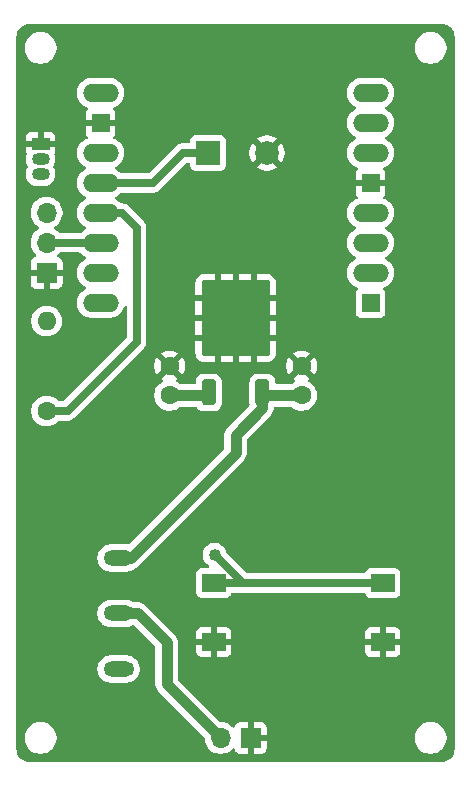
<source format=gbr>
%TF.GenerationSoftware,KiCad,Pcbnew,9.0.0*%
%TF.CreationDate,2025-10-22T11:06:59-07:00*%
%TF.ProjectId,sstv-backpack-v1.0.1,73737476-2d62-4616-936b-7061636b2d76,1.0*%
%TF.SameCoordinates,Original*%
%TF.FileFunction,Copper,L1,Top*%
%TF.FilePolarity,Positive*%
%FSLAX46Y46*%
G04 Gerber Fmt 4.6, Leading zero omitted, Abs format (unit mm)*
G04 Created by KiCad (PCBNEW 9.0.0) date 2025-10-22 11:06:59*
%MOMM*%
%LPD*%
G01*
G04 APERTURE LIST*
G04 Aperture macros list*
%AMRoundRect*
0 Rectangle with rounded corners*
0 $1 Rounding radius*
0 $2 $3 $4 $5 $6 $7 $8 $9 X,Y pos of 4 corners*
0 Add a 4 corners polygon primitive as box body*
4,1,4,$2,$3,$4,$5,$6,$7,$8,$9,$2,$3,0*
0 Add four circle primitives for the rounded corners*
1,1,$1+$1,$2,$3*
1,1,$1+$1,$4,$5*
1,1,$1+$1,$6,$7*
1,1,$1+$1,$8,$9*
0 Add four rect primitives between the rounded corners*
20,1,$1+$1,$2,$3,$4,$5,0*
20,1,$1+$1,$4,$5,$6,$7,0*
20,1,$1+$1,$6,$7,$8,$9,0*
20,1,$1+$1,$8,$9,$2,$3,0*%
G04 Aperture macros list end*
%TA.AperFunction,ComponentPad*%
%ADD10R,1.524000X1.524000*%
%TD*%
%TA.AperFunction,ComponentPad*%
%ADD11O,3.048000X1.524000*%
%TD*%
%TA.AperFunction,ComponentPad*%
%ADD12O,1.600000X1.600000*%
%TD*%
%TA.AperFunction,ComponentPad*%
%ADD13C,1.600000*%
%TD*%
%TA.AperFunction,ComponentPad*%
%ADD14R,1.500000X1.050000*%
%TD*%
%TA.AperFunction,ComponentPad*%
%ADD15O,1.500000X1.050000*%
%TD*%
%TA.AperFunction,SMDPad,CuDef*%
%ADD16RoundRect,0.250000X0.350000X-0.850000X0.350000X0.850000X-0.350000X0.850000X-0.350000X-0.850000X0*%
%TD*%
%TA.AperFunction,SMDPad,CuDef*%
%ADD17RoundRect,0.250000X1.125000X-1.275000X1.125000X1.275000X-1.125000X1.275000X-1.125000X-1.275000X0*%
%TD*%
%TA.AperFunction,SMDPad,CuDef*%
%ADD18RoundRect,0.249997X2.650003X-2.950003X2.650003X2.950003X-2.650003X2.950003X-2.650003X-2.950003X0*%
%TD*%
%TA.AperFunction,ComponentPad*%
%ADD19R,2.000000X2.000000*%
%TD*%
%TA.AperFunction,ComponentPad*%
%ADD20C,2.000000*%
%TD*%
%TA.AperFunction,ComponentPad*%
%ADD21O,2.600000X1.300000*%
%TD*%
%TA.AperFunction,ComponentPad*%
%ADD22R,1.700000X1.700000*%
%TD*%
%TA.AperFunction,ComponentPad*%
%ADD23O,1.700000X1.700000*%
%TD*%
%TA.AperFunction,SMDPad,CuDef*%
%ADD24R,2.000000X1.500000*%
%TD*%
%TA.AperFunction,ViaPad*%
%ADD25C,1.016000*%
%TD*%
%TA.AperFunction,Conductor*%
%ADD26C,0.635000*%
%TD*%
%TA.AperFunction,Conductor*%
%ADD27C,0.889000*%
%TD*%
G04 APERTURE END LIST*
D10*
%TO.P,U1,P$1,GND/R*%
%TO.N,unconnected-(U1-GND{slash}R-PadP$1)*%
X170180000Y-87630000D03*
D11*
%TO.P,U1,P$2,GPIO1*%
%TO.N,unconnected-(U1-GPIO1-PadP$2)*%
X170180000Y-85090000D03*
%TO.P,U1,P$3,GPIO3*%
%TO.N,unconnected-(U1-GPIO3-PadP$3)*%
X170180000Y-82550000D03*
%TO.P,U1,P$4,3V3/5V*%
%TO.N,unconnected-(U1-3V3{slash}5V-PadP$4)*%
X170180000Y-80010000D03*
D10*
%TO.P,U1,P$5,GND@2*%
%TO.N,GND*%
X170180000Y-77470000D03*
D11*
%TO.P,U1,P$6,GPIO0*%
%TO.N,unconnected-(U1-GPIO0-PadP$6)*%
X170180000Y-74930000D03*
%TO.P,U1,P$7,GPIO16*%
%TO.N,unconnected-(U1-GPIO16-PadP$7)*%
X170180000Y-72390000D03*
%TO.P,U1,P$8,3V3*%
%TO.N,unconnected-(U1-3V3-PadP$8)*%
X170180000Y-69850000D03*
%TO.P,U1,P$9,5V*%
%TO.N,+5V*%
X147320000Y-69850000D03*
D10*
%TO.P,U1,P$10,GND@3*%
%TO.N,GND*%
X147320000Y-72390000D03*
D11*
%TO.P,U1,P$11,GPIO12*%
%TO.N,/CAPTURE*%
X147320000Y-74930000D03*
%TO.P,U1,P$12,GPIO13*%
%TO.N,/BUZZER*%
X147320000Y-77470000D03*
%TO.P,U1,P$13,GPIO15*%
%TO.N,PTT_TRIG*%
X147320000Y-80010000D03*
%TO.P,U1,P$14,GPIO14*%
%TO.N,/TX OUT*%
X147320000Y-82550000D03*
%TO.P,U1,P$15,GPIO2*%
%TO.N,unconnected-(U1-GPIO2-PadP$15)*%
X147320000Y-85090000D03*
%TO.P,U1,P$16,GPIO4*%
%TO.N,unconnected-(U1-GPIO4-PadP$16)*%
X147320000Y-87630000D03*
%TD*%
D12*
%TO.P,R1,2*%
%TO.N,Net-(Q1-B)*%
X142748000Y-89154000D03*
D13*
%TO.P,R1,1*%
%TO.N,PTT_TRIG*%
X142748000Y-96774000D03*
%TD*%
D14*
%TO.P,Q1,1,E*%
%TO.N,GND*%
X142240000Y-74168000D03*
D15*
%TO.P,Q1,2,B*%
%TO.N,Net-(Q1-B)*%
X142240000Y-75438000D03*
%TO.P,Q1,3,C*%
%TO.N,PTT*%
X142240000Y-76708000D03*
%TD*%
D16*
%TO.P,VR1,1,OUT*%
%TO.N,+5V*%
X156470000Y-95210000D03*
D17*
%TO.P,VR1,2,GND*%
%TO.N,GND*%
X157225000Y-90585000D03*
X160275000Y-90585000D03*
D18*
X158750000Y-88910000D03*
D17*
X157225000Y-87235000D03*
X160275000Y-87235000D03*
D16*
%TO.P,VR1,3,IN*%
%TO.N,/8V IN*%
X161030000Y-95210000D03*
%TD*%
D19*
%TO.P,BZ1,1,+*%
%TO.N,/BUZZER*%
X156417000Y-74930000D03*
D20*
%TO.P,BZ1,2,-*%
%TO.N,GND*%
X161417000Y-74930000D03*
%TD*%
D21*
%TO.P,SW2,1*%
%TO.N,/8V IN*%
X148844000Y-109220000D03*
%TO.P,SW2,2*%
%TO.N,/VIN*%
X148844000Y-113920000D03*
%TO.P,SW2,3*%
%TO.N,unconnected-(SW2-Pad3)*%
X148844000Y-118620000D03*
%TD*%
D13*
%TO.P,C2,1*%
%TO.N,/8V IN*%
X164338000Y-95464000D03*
%TO.P,C2,2*%
%TO.N,GND*%
X164338000Y-92964000D03*
%TD*%
D22*
%TO.P,J2,1,Pin_1*%
%TO.N,GND*%
X160025000Y-124460000D03*
D23*
%TO.P,J2,2,Pin_2*%
%TO.N,/VIN*%
X157485000Y-124460000D03*
%TD*%
D22*
%TO.P,J1,1,Pin_1*%
%TO.N,GND*%
X142748000Y-85075000D03*
D23*
%TO.P,J1,2,Pin_2*%
%TO.N,/TX OUT*%
X142748000Y-82535000D03*
%TO.P,J1,3,Pin_3*%
%TO.N,PTT*%
X142748000Y-79995000D03*
%TD*%
D13*
%TO.P,C1,1*%
%TO.N,+5V*%
X153162000Y-95464000D03*
%TO.P,C1,2*%
%TO.N,GND*%
X153162000Y-92964000D03*
%TD*%
D24*
%TO.P,SW1,1,1*%
%TO.N,/CAPTURE*%
X156896000Y-111332000D03*
X171196000Y-111332000D03*
%TO.P,SW1,2,2*%
%TO.N,GND*%
X156896000Y-116332000D03*
X171196000Y-116332000D03*
%TD*%
D25*
%TO.N,GND*%
X157225000Y-87235000D03*
X160275000Y-90585000D03*
X160275000Y-87235000D03*
X158750000Y-88910000D03*
X158750000Y-88910000D03*
%TO.N,/CAPTURE*%
X156972000Y-108966000D03*
%TD*%
D26*
%TO.N,PTT_TRIG*%
X149098000Y-80010000D02*
X147320000Y-80010000D01*
X150368000Y-81280000D02*
X149098000Y-80010000D01*
X150368000Y-90932000D02*
X150368000Y-81280000D01*
X144526000Y-96774000D02*
X150368000Y-90932000D01*
X142748000Y-96774000D02*
X144526000Y-96774000D01*
D27*
%TO.N,+5V*%
X153162000Y-95464000D02*
X156216000Y-95464000D01*
X156216000Y-95464000D02*
X156470000Y-95210000D01*
D26*
%TO.N,/BUZZER*%
X156417000Y-74930000D02*
X154305000Y-74930000D01*
X151765000Y-77470000D02*
X147320000Y-77470000D01*
X154305000Y-74930000D02*
X151765000Y-77470000D01*
D27*
%TO.N,/8V IN*%
X149860000Y-109220000D02*
X158750000Y-100330000D01*
X158750000Y-100330000D02*
X158750000Y-98806000D01*
X161030000Y-96526000D02*
X161030000Y-95210000D01*
X148844000Y-109220000D02*
X149860000Y-109220000D01*
X161284000Y-95464000D02*
X161030000Y-95210000D01*
X158750000Y-98806000D02*
X161030000Y-96526000D01*
X164338000Y-95464000D02*
X161284000Y-95464000D01*
D26*
%TO.N,PTT_TRIG*%
X147305000Y-79995000D02*
X147320000Y-80010000D01*
%TO.N,/TX OUT*%
X142748000Y-82535000D02*
X147305000Y-82535000D01*
X147305000Y-82535000D02*
X147320000Y-82550000D01*
%TO.N,/CAPTURE*%
X156896000Y-111332000D02*
X159338000Y-111332000D01*
X156972000Y-108966000D02*
X159338000Y-111332000D01*
X159338000Y-111332000D02*
X171196000Y-111332000D01*
D27*
%TO.N,/VIN*%
X152908000Y-116332000D02*
X150496000Y-113920000D01*
X152908000Y-119888000D02*
X152913000Y-119888000D01*
X152908000Y-119888000D02*
X152908000Y-116332000D01*
X150496000Y-113920000D02*
X148844000Y-113920000D01*
X152913000Y-119888000D02*
X157485000Y-124460000D01*
%TD*%
%TA.AperFunction,Conductor*%
%TO.N,GND*%
G36*
X176217894Y-64000971D02*
G01*
X176390446Y-64016068D01*
X176411731Y-64019821D01*
X176468954Y-64035153D01*
X176573802Y-64063247D01*
X176594103Y-64070636D01*
X176722120Y-64130331D01*
X176746165Y-64141544D01*
X176764884Y-64152351D01*
X176902327Y-64248590D01*
X176918884Y-64262484D01*
X177037515Y-64381115D01*
X177051409Y-64397672D01*
X177147648Y-64535115D01*
X177158455Y-64553834D01*
X177229360Y-64705889D01*
X177236753Y-64726201D01*
X177280178Y-64888268D01*
X177283931Y-64909553D01*
X177299028Y-65082104D01*
X177299500Y-65092912D01*
X177299500Y-125407087D01*
X177299028Y-125417894D01*
X177299028Y-125417895D01*
X177283931Y-125590446D01*
X177280178Y-125611731D01*
X177236753Y-125773798D01*
X177229360Y-125794110D01*
X177158455Y-125946165D01*
X177147648Y-125964884D01*
X177051409Y-126102327D01*
X177037515Y-126118884D01*
X176918884Y-126237515D01*
X176902327Y-126251409D01*
X176764884Y-126347648D01*
X176746165Y-126358455D01*
X176594110Y-126429360D01*
X176573798Y-126436753D01*
X176411731Y-126480178D01*
X176390446Y-126483931D01*
X176236074Y-126497437D01*
X176217893Y-126499028D01*
X176207088Y-126499500D01*
X141292912Y-126499500D01*
X141282106Y-126499028D01*
X141261813Y-126497252D01*
X141109553Y-126483931D01*
X141088268Y-126480178D01*
X140926201Y-126436753D01*
X140905889Y-126429360D01*
X140753834Y-126358455D01*
X140735115Y-126347648D01*
X140597672Y-126251409D01*
X140581115Y-126237515D01*
X140462484Y-126118884D01*
X140448590Y-126102327D01*
X140352351Y-125964884D01*
X140341544Y-125946165D01*
X140278049Y-125810000D01*
X140270636Y-125794103D01*
X140263246Y-125773798D01*
X140219821Y-125611731D01*
X140216068Y-125590445D01*
X140200972Y-125417894D01*
X140200500Y-125407087D01*
X140200500Y-124353713D01*
X140889500Y-124353713D01*
X140889500Y-124566286D01*
X140922753Y-124776239D01*
X140988444Y-124978414D01*
X141084951Y-125167820D01*
X141209890Y-125339786D01*
X141360213Y-125490109D01*
X141532179Y-125615048D01*
X141532181Y-125615049D01*
X141532184Y-125615051D01*
X141721588Y-125711557D01*
X141923757Y-125777246D01*
X142133713Y-125810500D01*
X142133714Y-125810500D01*
X142346286Y-125810500D01*
X142346287Y-125810500D01*
X142556243Y-125777246D01*
X142758412Y-125711557D01*
X142947816Y-125615051D01*
X142981682Y-125590446D01*
X143119786Y-125490109D01*
X143119788Y-125490106D01*
X143119792Y-125490104D01*
X143270104Y-125339792D01*
X143270106Y-125339788D01*
X143270109Y-125339786D01*
X143395048Y-125167820D01*
X143395047Y-125167820D01*
X143395051Y-125167816D01*
X143491557Y-124978412D01*
X143557246Y-124776243D01*
X143590500Y-124566287D01*
X143590500Y-124353713D01*
X143557246Y-124143757D01*
X143491557Y-123941588D01*
X143395051Y-123752184D01*
X143395049Y-123752181D01*
X143395048Y-123752179D01*
X143270109Y-123580213D01*
X143119786Y-123429890D01*
X142947820Y-123304951D01*
X142758414Y-123208444D01*
X142758413Y-123208443D01*
X142758412Y-123208443D01*
X142556243Y-123142754D01*
X142556241Y-123142753D01*
X142556240Y-123142753D01*
X142394957Y-123117208D01*
X142346287Y-123109500D01*
X142133713Y-123109500D01*
X142085042Y-123117208D01*
X141923760Y-123142753D01*
X141721585Y-123208444D01*
X141532179Y-123304951D01*
X141360213Y-123429890D01*
X141209890Y-123580213D01*
X141084951Y-123752179D01*
X140988444Y-123941585D01*
X140922753Y-124143760D01*
X140889500Y-124353713D01*
X140200500Y-124353713D01*
X140200500Y-118529448D01*
X147043500Y-118529448D01*
X147043500Y-118710551D01*
X147071829Y-118889410D01*
X147127787Y-119061636D01*
X147127788Y-119061639D01*
X147210006Y-119222997D01*
X147316441Y-119369494D01*
X147316445Y-119369499D01*
X147444500Y-119497554D01*
X147444505Y-119497558D01*
X147486250Y-119527887D01*
X147591006Y-119603996D01*
X147696484Y-119657740D01*
X147752360Y-119686211D01*
X147752363Y-119686212D01*
X147838476Y-119714191D01*
X147924591Y-119742171D01*
X148007429Y-119755291D01*
X148103449Y-119770500D01*
X148103454Y-119770500D01*
X149584551Y-119770500D01*
X149671259Y-119756765D01*
X149763409Y-119742171D01*
X149935639Y-119686211D01*
X150096994Y-119603996D01*
X150243501Y-119497553D01*
X150371553Y-119369501D01*
X150477996Y-119222994D01*
X150560211Y-119061639D01*
X150616171Y-118889409D01*
X150630765Y-118797259D01*
X150644500Y-118710551D01*
X150644500Y-118529448D01*
X150628019Y-118425397D01*
X150616171Y-118350591D01*
X150560211Y-118178361D01*
X150560211Y-118178360D01*
X150531740Y-118122484D01*
X150477996Y-118017006D01*
X150464396Y-117998287D01*
X150371558Y-117870505D01*
X150371554Y-117870500D01*
X150243499Y-117742445D01*
X150243494Y-117742441D01*
X150096997Y-117636006D01*
X150096996Y-117636005D01*
X150096994Y-117636004D01*
X150045300Y-117609664D01*
X149935639Y-117553788D01*
X149935636Y-117553787D01*
X149763410Y-117497829D01*
X149584551Y-117469500D01*
X149584546Y-117469500D01*
X148103454Y-117469500D01*
X148103449Y-117469500D01*
X147924589Y-117497829D01*
X147752363Y-117553787D01*
X147752360Y-117553788D01*
X147591002Y-117636006D01*
X147444505Y-117742441D01*
X147444500Y-117742445D01*
X147316445Y-117870500D01*
X147316441Y-117870505D01*
X147210006Y-118017002D01*
X147127788Y-118178360D01*
X147127787Y-118178363D01*
X147071829Y-118350589D01*
X147043500Y-118529448D01*
X140200500Y-118529448D01*
X140200500Y-113829448D01*
X147043500Y-113829448D01*
X147043500Y-114010551D01*
X147071829Y-114189410D01*
X147127787Y-114361636D01*
X147127788Y-114361639D01*
X147210006Y-114522997D01*
X147316441Y-114669494D01*
X147316445Y-114669499D01*
X147444500Y-114797554D01*
X147444505Y-114797558D01*
X147564033Y-114884399D01*
X147591006Y-114903996D01*
X147666686Y-114942557D01*
X147752360Y-114986211D01*
X147752363Y-114986212D01*
X147838476Y-115014191D01*
X147924591Y-115042171D01*
X148007429Y-115055291D01*
X148103449Y-115070500D01*
X148103454Y-115070500D01*
X149584551Y-115070500D01*
X149671259Y-115056765D01*
X149763409Y-115042171D01*
X149935639Y-114986211D01*
X149935639Y-114986210D01*
X149935644Y-114986209D01*
X150047572Y-114929178D01*
X150116242Y-114916281D01*
X150180982Y-114942557D01*
X150191549Y-114951981D01*
X151926681Y-116687113D01*
X151960166Y-116748436D01*
X151963000Y-116774794D01*
X151963000Y-119981078D01*
X151999314Y-120163638D01*
X151999316Y-120163646D01*
X152070550Y-120335622D01*
X152070555Y-120335631D01*
X152173970Y-120490401D01*
X152173973Y-120490405D01*
X152305592Y-120622024D01*
X152305598Y-120622029D01*
X152310511Y-120625312D01*
X152329300Y-120640732D01*
X156098181Y-124409613D01*
X156131666Y-124470936D01*
X156134500Y-124497294D01*
X156134500Y-124566286D01*
X156167753Y-124776239D01*
X156233444Y-124978414D01*
X156329951Y-125167820D01*
X156454890Y-125339786D01*
X156605213Y-125490109D01*
X156777179Y-125615048D01*
X156777181Y-125615049D01*
X156777184Y-125615051D01*
X156966588Y-125711557D01*
X157168757Y-125777246D01*
X157378713Y-125810500D01*
X157378714Y-125810500D01*
X157591286Y-125810500D01*
X157591287Y-125810500D01*
X157801243Y-125777246D01*
X158003412Y-125711557D01*
X158192816Y-125615051D01*
X158279478Y-125552088D01*
X158364784Y-125490110D01*
X158364784Y-125490109D01*
X158364792Y-125490104D01*
X158478717Y-125376178D01*
X158540036Y-125342696D01*
X158609728Y-125347680D01*
X158665662Y-125389551D01*
X158682577Y-125420528D01*
X158731646Y-125552088D01*
X158731649Y-125552093D01*
X158817809Y-125667187D01*
X158817812Y-125667190D01*
X158932906Y-125753350D01*
X158932913Y-125753354D01*
X159067620Y-125803596D01*
X159067627Y-125803598D01*
X159127155Y-125809999D01*
X159127172Y-125810000D01*
X159775000Y-125810000D01*
X159775000Y-124893012D01*
X159832007Y-124925925D01*
X159959174Y-124960000D01*
X160090826Y-124960000D01*
X160217993Y-124925925D01*
X160275000Y-124893012D01*
X160275000Y-125810000D01*
X160922828Y-125810000D01*
X160922844Y-125809999D01*
X160982372Y-125803598D01*
X160982379Y-125803596D01*
X161117086Y-125753354D01*
X161117093Y-125753350D01*
X161232187Y-125667190D01*
X161232190Y-125667187D01*
X161318350Y-125552093D01*
X161318354Y-125552086D01*
X161368596Y-125417379D01*
X161368598Y-125417372D01*
X161374999Y-125357844D01*
X161375000Y-125357827D01*
X161375000Y-124710000D01*
X160458012Y-124710000D01*
X160490925Y-124652993D01*
X160525000Y-124525826D01*
X160525000Y-124394174D01*
X160514158Y-124353713D01*
X173909500Y-124353713D01*
X173909500Y-124566286D01*
X173942753Y-124776239D01*
X174008444Y-124978414D01*
X174104951Y-125167820D01*
X174229890Y-125339786D01*
X174380213Y-125490109D01*
X174552179Y-125615048D01*
X174552181Y-125615049D01*
X174552184Y-125615051D01*
X174741588Y-125711557D01*
X174943757Y-125777246D01*
X175153713Y-125810500D01*
X175153714Y-125810500D01*
X175366286Y-125810500D01*
X175366287Y-125810500D01*
X175576243Y-125777246D01*
X175778412Y-125711557D01*
X175967816Y-125615051D01*
X176001682Y-125590446D01*
X176139786Y-125490109D01*
X176139788Y-125490106D01*
X176139792Y-125490104D01*
X176290104Y-125339792D01*
X176290106Y-125339788D01*
X176290109Y-125339786D01*
X176415048Y-125167820D01*
X176415047Y-125167820D01*
X176415051Y-125167816D01*
X176511557Y-124978412D01*
X176577246Y-124776243D01*
X176610500Y-124566287D01*
X176610500Y-124353713D01*
X176577246Y-124143757D01*
X176511557Y-123941588D01*
X176415051Y-123752184D01*
X176415049Y-123752181D01*
X176415048Y-123752179D01*
X176290109Y-123580213D01*
X176139786Y-123429890D01*
X175967820Y-123304951D01*
X175778414Y-123208444D01*
X175778413Y-123208443D01*
X175778412Y-123208443D01*
X175576243Y-123142754D01*
X175576241Y-123142753D01*
X175576240Y-123142753D01*
X175414957Y-123117208D01*
X175366287Y-123109500D01*
X175153713Y-123109500D01*
X175105042Y-123117208D01*
X174943760Y-123142753D01*
X174741585Y-123208444D01*
X174552179Y-123304951D01*
X174380213Y-123429890D01*
X174229890Y-123580213D01*
X174104951Y-123752179D01*
X174008444Y-123941585D01*
X173942753Y-124143760D01*
X173909500Y-124353713D01*
X160514158Y-124353713D01*
X160490925Y-124267007D01*
X160458012Y-124210000D01*
X161375000Y-124210000D01*
X161375000Y-123562172D01*
X161374999Y-123562155D01*
X161368598Y-123502627D01*
X161368596Y-123502620D01*
X161318354Y-123367913D01*
X161318350Y-123367906D01*
X161232190Y-123252812D01*
X161232187Y-123252809D01*
X161117093Y-123166649D01*
X161117086Y-123166645D01*
X160982379Y-123116403D01*
X160982372Y-123116401D01*
X160922844Y-123110000D01*
X160275000Y-123110000D01*
X160275000Y-124026988D01*
X160217993Y-123994075D01*
X160090826Y-123960000D01*
X159959174Y-123960000D01*
X159832007Y-123994075D01*
X159775000Y-124026988D01*
X159775000Y-123110000D01*
X159127155Y-123110000D01*
X159067627Y-123116401D01*
X159067620Y-123116403D01*
X158932913Y-123166645D01*
X158932906Y-123166649D01*
X158817812Y-123252809D01*
X158817809Y-123252812D01*
X158731649Y-123367906D01*
X158731646Y-123367912D01*
X158682577Y-123499471D01*
X158640705Y-123555404D01*
X158575241Y-123579821D01*
X158506968Y-123564969D01*
X158478714Y-123543818D01*
X158364786Y-123429890D01*
X158192820Y-123304951D01*
X158003414Y-123208444D01*
X158003413Y-123208443D01*
X158003412Y-123208443D01*
X157801243Y-123142754D01*
X157801241Y-123142753D01*
X157801240Y-123142753D01*
X157639957Y-123117208D01*
X157591287Y-123109500D01*
X157591286Y-123109500D01*
X157522294Y-123109500D01*
X157455255Y-123089815D01*
X157434613Y-123073181D01*
X153889319Y-119527887D01*
X153855834Y-119466564D01*
X153853000Y-119440206D01*
X153853000Y-117129844D01*
X155396000Y-117129844D01*
X155402401Y-117189372D01*
X155402403Y-117189379D01*
X155452645Y-117324086D01*
X155452649Y-117324093D01*
X155538809Y-117439187D01*
X155538812Y-117439190D01*
X155653906Y-117525350D01*
X155653913Y-117525354D01*
X155788620Y-117575596D01*
X155788627Y-117575598D01*
X155848155Y-117581999D01*
X155848172Y-117582000D01*
X156646000Y-117582000D01*
X157146000Y-117582000D01*
X157943828Y-117582000D01*
X157943844Y-117581999D01*
X158003372Y-117575598D01*
X158003379Y-117575596D01*
X158138086Y-117525354D01*
X158138093Y-117525350D01*
X158253187Y-117439190D01*
X158253190Y-117439187D01*
X158339350Y-117324093D01*
X158339354Y-117324086D01*
X158389596Y-117189379D01*
X158389598Y-117189372D01*
X158395999Y-117129844D01*
X169696000Y-117129844D01*
X169702401Y-117189372D01*
X169702403Y-117189379D01*
X169752645Y-117324086D01*
X169752649Y-117324093D01*
X169838809Y-117439187D01*
X169838812Y-117439190D01*
X169953906Y-117525350D01*
X169953913Y-117525354D01*
X170088620Y-117575596D01*
X170088627Y-117575598D01*
X170148155Y-117581999D01*
X170148172Y-117582000D01*
X170946000Y-117582000D01*
X171446000Y-117582000D01*
X172243828Y-117582000D01*
X172243844Y-117581999D01*
X172303372Y-117575598D01*
X172303379Y-117575596D01*
X172438086Y-117525354D01*
X172438093Y-117525350D01*
X172553187Y-117439190D01*
X172553190Y-117439187D01*
X172639350Y-117324093D01*
X172639354Y-117324086D01*
X172689596Y-117189379D01*
X172689598Y-117189372D01*
X172695999Y-117129844D01*
X172696000Y-117129827D01*
X172696000Y-116582000D01*
X171446000Y-116582000D01*
X171446000Y-117582000D01*
X170946000Y-117582000D01*
X170946000Y-116582000D01*
X169696000Y-116582000D01*
X169696000Y-117129844D01*
X158395999Y-117129844D01*
X158396000Y-117129827D01*
X158396000Y-116582000D01*
X157146000Y-116582000D01*
X157146000Y-117582000D01*
X156646000Y-117582000D01*
X156646000Y-116582000D01*
X155396000Y-116582000D01*
X155396000Y-117129844D01*
X153853000Y-117129844D01*
X153853000Y-116238923D01*
X153852999Y-116238921D01*
X153816685Y-116056361D01*
X153816684Y-116056354D01*
X153747775Y-115889993D01*
X153746130Y-115885394D01*
X153642029Y-115729597D01*
X153642026Y-115729593D01*
X153446588Y-115534155D01*
X155396000Y-115534155D01*
X155396000Y-116082000D01*
X156646000Y-116082000D01*
X157146000Y-116082000D01*
X158396000Y-116082000D01*
X158396000Y-115534172D01*
X158395999Y-115534155D01*
X169696000Y-115534155D01*
X169696000Y-116082000D01*
X170946000Y-116082000D01*
X171446000Y-116082000D01*
X172696000Y-116082000D01*
X172696000Y-115534172D01*
X172695999Y-115534155D01*
X172689598Y-115474627D01*
X172689596Y-115474620D01*
X172639354Y-115339913D01*
X172639350Y-115339906D01*
X172553190Y-115224812D01*
X172553187Y-115224809D01*
X172438093Y-115138649D01*
X172438086Y-115138645D01*
X172303379Y-115088403D01*
X172303372Y-115088401D01*
X172243844Y-115082000D01*
X171446000Y-115082000D01*
X171446000Y-116082000D01*
X170946000Y-116082000D01*
X170946000Y-115082000D01*
X170148155Y-115082000D01*
X170088627Y-115088401D01*
X170088620Y-115088403D01*
X169953913Y-115138645D01*
X169953906Y-115138649D01*
X169838812Y-115224809D01*
X169838809Y-115224812D01*
X169752649Y-115339906D01*
X169752645Y-115339913D01*
X169702403Y-115474620D01*
X169702401Y-115474627D01*
X169696000Y-115534155D01*
X158395999Y-115534155D01*
X158389598Y-115474627D01*
X158389596Y-115474620D01*
X158339354Y-115339913D01*
X158339350Y-115339906D01*
X158253190Y-115224812D01*
X158253187Y-115224809D01*
X158138093Y-115138649D01*
X158138086Y-115138645D01*
X158003379Y-115088403D01*
X158003372Y-115088401D01*
X157943844Y-115082000D01*
X157146000Y-115082000D01*
X157146000Y-116082000D01*
X156646000Y-116082000D01*
X156646000Y-115082000D01*
X155848155Y-115082000D01*
X155788627Y-115088401D01*
X155788620Y-115088403D01*
X155653913Y-115138645D01*
X155653906Y-115138649D01*
X155538812Y-115224809D01*
X155538809Y-115224812D01*
X155452649Y-115339906D01*
X155452645Y-115339913D01*
X155402403Y-115474620D01*
X155402401Y-115474627D01*
X155396000Y-115534155D01*
X153446588Y-115534155D01*
X151098406Y-113185973D01*
X151098398Y-113185967D01*
X150943626Y-113082552D01*
X150943627Y-113082552D01*
X150771646Y-113011316D01*
X150771638Y-113011314D01*
X150589077Y-112975000D01*
X150589074Y-112975000D01*
X150190958Y-112975000D01*
X150123919Y-112955315D01*
X150118073Y-112951318D01*
X150096997Y-112936006D01*
X150096996Y-112936005D01*
X150096994Y-112936004D01*
X150045300Y-112909664D01*
X149935639Y-112853788D01*
X149935636Y-112853787D01*
X149763410Y-112797829D01*
X149584551Y-112769500D01*
X149584546Y-112769500D01*
X148103454Y-112769500D01*
X148103449Y-112769500D01*
X147924589Y-112797829D01*
X147752363Y-112853787D01*
X147752360Y-112853788D01*
X147591002Y-112936006D01*
X147444505Y-113042441D01*
X147444500Y-113042445D01*
X147316445Y-113170500D01*
X147316441Y-113170505D01*
X147210006Y-113317002D01*
X147127788Y-113478360D01*
X147127787Y-113478363D01*
X147071829Y-113650589D01*
X147043500Y-113829448D01*
X140200500Y-113829448D01*
X140200500Y-110534135D01*
X155395500Y-110534135D01*
X155395500Y-112129870D01*
X155395501Y-112129876D01*
X155401908Y-112189483D01*
X155452202Y-112324328D01*
X155452206Y-112324335D01*
X155538452Y-112439544D01*
X155538455Y-112439547D01*
X155653664Y-112525793D01*
X155653671Y-112525797D01*
X155788517Y-112576091D01*
X155788516Y-112576091D01*
X155795444Y-112576835D01*
X155848127Y-112582500D01*
X157943872Y-112582499D01*
X158003483Y-112576091D01*
X158138331Y-112525796D01*
X158253546Y-112439546D01*
X158339796Y-112324331D01*
X158345397Y-112309313D01*
X158374731Y-112230667D01*
X158416602Y-112174733D01*
X158482067Y-112150316D01*
X158490913Y-112150000D01*
X159257434Y-112150000D01*
X169601087Y-112150000D01*
X169668126Y-112169685D01*
X169713881Y-112222489D01*
X169717269Y-112230667D01*
X169752202Y-112324328D01*
X169752206Y-112324335D01*
X169838452Y-112439544D01*
X169838455Y-112439547D01*
X169953664Y-112525793D01*
X169953671Y-112525797D01*
X170088517Y-112576091D01*
X170088516Y-112576091D01*
X170095444Y-112576835D01*
X170148127Y-112582500D01*
X172243872Y-112582499D01*
X172303483Y-112576091D01*
X172438331Y-112525796D01*
X172553546Y-112439546D01*
X172639796Y-112324331D01*
X172690091Y-112189483D01*
X172696500Y-112129873D01*
X172696499Y-110534128D01*
X172690091Y-110474517D01*
X172674730Y-110433333D01*
X172639797Y-110339671D01*
X172639793Y-110339664D01*
X172553547Y-110224455D01*
X172553544Y-110224452D01*
X172438335Y-110138206D01*
X172438328Y-110138202D01*
X172303482Y-110087908D01*
X172303483Y-110087908D01*
X172243883Y-110081501D01*
X172243881Y-110081500D01*
X172243873Y-110081500D01*
X172243864Y-110081500D01*
X170148129Y-110081500D01*
X170148123Y-110081501D01*
X170088516Y-110087908D01*
X169953671Y-110138202D01*
X169953664Y-110138206D01*
X169838455Y-110224452D01*
X169838452Y-110224455D01*
X169752206Y-110339664D01*
X169752202Y-110339671D01*
X169717269Y-110433333D01*
X169675398Y-110489267D01*
X169609933Y-110513684D01*
X169601087Y-110514000D01*
X159728189Y-110514000D01*
X159661150Y-110494315D01*
X159640508Y-110477681D01*
X157994931Y-108832104D01*
X157961446Y-108770781D01*
X157961009Y-108768685D01*
X157941744Y-108671831D01*
X157865721Y-108488296D01*
X157865720Y-108488295D01*
X157865717Y-108488289D01*
X157755353Y-108323119D01*
X157755350Y-108323115D01*
X157614884Y-108182649D01*
X157614880Y-108182646D01*
X157449710Y-108072282D01*
X157449701Y-108072277D01*
X157266169Y-107996256D01*
X157266161Y-107996254D01*
X157071333Y-107957500D01*
X157071329Y-107957500D01*
X156872671Y-107957500D01*
X156872666Y-107957500D01*
X156677838Y-107996254D01*
X156677830Y-107996256D01*
X156494298Y-108072277D01*
X156494289Y-108072282D01*
X156329119Y-108182646D01*
X156329115Y-108182649D01*
X156188649Y-108323115D01*
X156188646Y-108323119D01*
X156078282Y-108488289D01*
X156078277Y-108488298D01*
X156002256Y-108671830D01*
X156002254Y-108671838D01*
X155963500Y-108866666D01*
X155963500Y-109065333D01*
X156002254Y-109260161D01*
X156002256Y-109260169D01*
X156078277Y-109443701D01*
X156078282Y-109443710D01*
X156188646Y-109608880D01*
X156188649Y-109608884D01*
X156329115Y-109749350D01*
X156329119Y-109749353D01*
X156486329Y-109854398D01*
X156531134Y-109908010D01*
X156539841Y-109977335D01*
X156509687Y-110040363D01*
X156450243Y-110077082D01*
X156417438Y-110081500D01*
X155848129Y-110081500D01*
X155848123Y-110081501D01*
X155788516Y-110087908D01*
X155653671Y-110138202D01*
X155653664Y-110138206D01*
X155538455Y-110224452D01*
X155538452Y-110224455D01*
X155452206Y-110339664D01*
X155452202Y-110339671D01*
X155401908Y-110474517D01*
X155397664Y-110514000D01*
X155395501Y-110534123D01*
X155395500Y-110534135D01*
X140200500Y-110534135D01*
X140200500Y-109129448D01*
X147043500Y-109129448D01*
X147043500Y-109310551D01*
X147071829Y-109489410D01*
X147127787Y-109661636D01*
X147127788Y-109661639D01*
X147210006Y-109822997D01*
X147316441Y-109969494D01*
X147316445Y-109969499D01*
X147444500Y-110097554D01*
X147444505Y-110097558D01*
X147500453Y-110138206D01*
X147591006Y-110203996D01*
X147696484Y-110257740D01*
X147752360Y-110286211D01*
X147752363Y-110286212D01*
X147838476Y-110314191D01*
X147924591Y-110342171D01*
X148007429Y-110355291D01*
X148103449Y-110370500D01*
X148103454Y-110370500D01*
X149584551Y-110370500D01*
X149671259Y-110356765D01*
X149763409Y-110342171D01*
X149935639Y-110286211D01*
X150096994Y-110203996D01*
X150243501Y-110097553D01*
X150249179Y-110091874D01*
X150272248Y-110073718D01*
X150280485Y-110068688D01*
X150307625Y-110057448D01*
X150397884Y-109997139D01*
X150462403Y-109954029D01*
X159484029Y-100932402D01*
X159587448Y-100777625D01*
X159658684Y-100605646D01*
X159695000Y-100423074D01*
X159695000Y-100236925D01*
X159695000Y-99248794D01*
X159714685Y-99181755D01*
X159731319Y-99161113D01*
X161764026Y-97128406D01*
X161764029Y-97128403D01*
X161867448Y-96973625D01*
X161938684Y-96801646D01*
X161946073Y-96764500D01*
X161975000Y-96619074D01*
X161975000Y-96551657D01*
X161976147Y-96543284D01*
X161986002Y-96521315D01*
X161993462Y-96495015D01*
X162010185Y-96467903D01*
X162062133Y-96421178D01*
X162115723Y-96409000D01*
X163392453Y-96409000D01*
X163459492Y-96428685D01*
X163480134Y-96445319D01*
X163490786Y-96455971D01*
X163645749Y-96568556D01*
X163656390Y-96576287D01*
X163772607Y-96635503D01*
X163838776Y-96669218D01*
X163838778Y-96669218D01*
X163838781Y-96669220D01*
X163943137Y-96703127D01*
X164033465Y-96732477D01*
X164111345Y-96744812D01*
X164235648Y-96764500D01*
X164235649Y-96764500D01*
X164440351Y-96764500D01*
X164440352Y-96764500D01*
X164642534Y-96732477D01*
X164837219Y-96669220D01*
X165019610Y-96576287D01*
X165166638Y-96469466D01*
X165185213Y-96455971D01*
X165185215Y-96455968D01*
X165185219Y-96455966D01*
X165329966Y-96311219D01*
X165329968Y-96311215D01*
X165329971Y-96311213D01*
X165401473Y-96212797D01*
X165450287Y-96145610D01*
X165543220Y-95963219D01*
X165606477Y-95768534D01*
X165638500Y-95566352D01*
X165638500Y-95361648D01*
X165606477Y-95159466D01*
X165543220Y-94964781D01*
X165543218Y-94964778D01*
X165543218Y-94964776D01*
X165509503Y-94898607D01*
X165450287Y-94782390D01*
X165442556Y-94771749D01*
X165329971Y-94616786D01*
X165185213Y-94472028D01*
X165019611Y-94351713D01*
X164965621Y-94324203D01*
X164914825Y-94276228D01*
X164898031Y-94208407D01*
X164920569Y-94142272D01*
X164965624Y-94103233D01*
X165019349Y-94075859D01*
X165063921Y-94043474D01*
X164384447Y-93364000D01*
X164390661Y-93364000D01*
X164492394Y-93336741D01*
X164583606Y-93284080D01*
X164658080Y-93209606D01*
X164710741Y-93118394D01*
X164738000Y-93016661D01*
X164738000Y-93010447D01*
X165417474Y-93689921D01*
X165449859Y-93645349D01*
X165542755Y-93463031D01*
X165605990Y-93268417D01*
X165638000Y-93066317D01*
X165638000Y-92861682D01*
X165605990Y-92659582D01*
X165542755Y-92464968D01*
X165449859Y-92282650D01*
X165417474Y-92238077D01*
X165417474Y-92238076D01*
X164738000Y-92917551D01*
X164738000Y-92911339D01*
X164710741Y-92809606D01*
X164658080Y-92718394D01*
X164583606Y-92643920D01*
X164492394Y-92591259D01*
X164390661Y-92564000D01*
X164384446Y-92564000D01*
X165063922Y-91884524D01*
X165063921Y-91884523D01*
X165019359Y-91852147D01*
X165019350Y-91852141D01*
X164837031Y-91759244D01*
X164642417Y-91696009D01*
X164440317Y-91664000D01*
X164235683Y-91664000D01*
X164033582Y-91696009D01*
X163838968Y-91759244D01*
X163656644Y-91852143D01*
X163612077Y-91884523D01*
X163612077Y-91884524D01*
X164291554Y-92564000D01*
X164285339Y-92564000D01*
X164183606Y-92591259D01*
X164092394Y-92643920D01*
X164017920Y-92718394D01*
X163965259Y-92809606D01*
X163938000Y-92911339D01*
X163938000Y-92917553D01*
X163258524Y-92238077D01*
X163258523Y-92238077D01*
X163226143Y-92282644D01*
X163133244Y-92464968D01*
X163070009Y-92659582D01*
X163038000Y-92861682D01*
X163038000Y-93066317D01*
X163070009Y-93268417D01*
X163133244Y-93463031D01*
X163226141Y-93645350D01*
X163226147Y-93645359D01*
X163258523Y-93689921D01*
X163258524Y-93689922D01*
X163938000Y-93010446D01*
X163938000Y-93016661D01*
X163965259Y-93118394D01*
X164017920Y-93209606D01*
X164092394Y-93284080D01*
X164183606Y-93336741D01*
X164285339Y-93364000D01*
X164291553Y-93364000D01*
X163612076Y-94043474D01*
X163656652Y-94075861D01*
X163710376Y-94103234D01*
X163761172Y-94151208D01*
X163777968Y-94219028D01*
X163755431Y-94285164D01*
X163710379Y-94324203D01*
X163656386Y-94351714D01*
X163490786Y-94472028D01*
X163490782Y-94472032D01*
X163480134Y-94482681D01*
X163418811Y-94516166D01*
X163392453Y-94519000D01*
X162254499Y-94519000D01*
X162187460Y-94499315D01*
X162141705Y-94446511D01*
X162130499Y-94395000D01*
X162130499Y-94309998D01*
X162130498Y-94309981D01*
X162119999Y-94207203D01*
X162119998Y-94207200D01*
X162085547Y-94103234D01*
X162064814Y-94040666D01*
X161972712Y-93891344D01*
X161848656Y-93767288D01*
X161723225Y-93689922D01*
X161699336Y-93675187D01*
X161699331Y-93675185D01*
X161697862Y-93674698D01*
X161532797Y-93620001D01*
X161532795Y-93620000D01*
X161430010Y-93609500D01*
X160629998Y-93609500D01*
X160629980Y-93609501D01*
X160527203Y-93620000D01*
X160527200Y-93620001D01*
X160360668Y-93675185D01*
X160360663Y-93675187D01*
X160211342Y-93767289D01*
X160087289Y-93891342D01*
X159995187Y-94040663D01*
X159995185Y-94040668D01*
X159974453Y-94103233D01*
X159940001Y-94207203D01*
X159940001Y-94207204D01*
X159940000Y-94207204D01*
X159929500Y-94309983D01*
X159929500Y-96110001D01*
X159929501Y-96110019D01*
X159940201Y-96214760D01*
X159927431Y-96283453D01*
X159904524Y-96315042D01*
X158015973Y-98203593D01*
X158015967Y-98203601D01*
X157912552Y-98358372D01*
X157841316Y-98530353D01*
X157841314Y-98530361D01*
X157805000Y-98712921D01*
X157805000Y-99887205D01*
X157785315Y-99954244D01*
X157768681Y-99974886D01*
X149706503Y-108037063D01*
X149645180Y-108070548D01*
X149599428Y-108071856D01*
X149584550Y-108069500D01*
X149584546Y-108069500D01*
X148103454Y-108069500D01*
X148103449Y-108069500D01*
X147924589Y-108097829D01*
X147752363Y-108153787D01*
X147752360Y-108153788D01*
X147591002Y-108236006D01*
X147444505Y-108342441D01*
X147444500Y-108342445D01*
X147316445Y-108470500D01*
X147316441Y-108470505D01*
X147210006Y-108617002D01*
X147127788Y-108778360D01*
X147127787Y-108778363D01*
X147071829Y-108950589D01*
X147043500Y-109129448D01*
X140200500Y-109129448D01*
X140200500Y-89051648D01*
X141447500Y-89051648D01*
X141447500Y-89256351D01*
X141479522Y-89458534D01*
X141542781Y-89653223D01*
X141635715Y-89835613D01*
X141756028Y-90001213D01*
X141900786Y-90145971D01*
X142055749Y-90258556D01*
X142066390Y-90266287D01*
X142182607Y-90325503D01*
X142248776Y-90359218D01*
X142248778Y-90359218D01*
X142248781Y-90359220D01*
X142353137Y-90393127D01*
X142443465Y-90422477D01*
X142544557Y-90438488D01*
X142645648Y-90454500D01*
X142645649Y-90454500D01*
X142850351Y-90454500D01*
X142850352Y-90454500D01*
X143052534Y-90422477D01*
X143247219Y-90359220D01*
X143429610Y-90266287D01*
X143522590Y-90198732D01*
X143595213Y-90145971D01*
X143595215Y-90145968D01*
X143595219Y-90145966D01*
X143739966Y-90001219D01*
X143739968Y-90001215D01*
X143739971Y-90001213D01*
X143792732Y-89928590D01*
X143860287Y-89835610D01*
X143953220Y-89653219D01*
X144016477Y-89458534D01*
X144048500Y-89256352D01*
X144048500Y-89051648D01*
X144016477Y-88849466D01*
X144012035Y-88835796D01*
X143984010Y-88749544D01*
X143953220Y-88654781D01*
X143953218Y-88654778D01*
X143953218Y-88654776D01*
X143908041Y-88566113D01*
X143860287Y-88472390D01*
X143852556Y-88461749D01*
X143739971Y-88306786D01*
X143595213Y-88162028D01*
X143429613Y-88041715D01*
X143429612Y-88041714D01*
X143429610Y-88041713D01*
X143372653Y-88012691D01*
X143247223Y-87948781D01*
X143052534Y-87885522D01*
X142877995Y-87857878D01*
X142850352Y-87853500D01*
X142645648Y-87853500D01*
X142622224Y-87857210D01*
X142443465Y-87885522D01*
X142248776Y-87948781D01*
X142066386Y-88041715D01*
X141900786Y-88162028D01*
X141756028Y-88306786D01*
X141635715Y-88472386D01*
X141542781Y-88654776D01*
X141479522Y-88849465D01*
X141447500Y-89051648D01*
X140200500Y-89051648D01*
X140200500Y-79888713D01*
X141397500Y-79888713D01*
X141397500Y-80101286D01*
X141430753Y-80311239D01*
X141496444Y-80513414D01*
X141592951Y-80702820D01*
X141717890Y-80874786D01*
X141868213Y-81025109D01*
X142040182Y-81150050D01*
X142048946Y-81154516D01*
X142099742Y-81202491D01*
X142116536Y-81270312D01*
X142093998Y-81336447D01*
X142048946Y-81375484D01*
X142040182Y-81379949D01*
X141868213Y-81504890D01*
X141717890Y-81655213D01*
X141592951Y-81827179D01*
X141496444Y-82016585D01*
X141430753Y-82218760D01*
X141397500Y-82428713D01*
X141397500Y-82641287D01*
X141430754Y-82851243D01*
X141434276Y-82862084D01*
X141496444Y-83053414D01*
X141592951Y-83242820D01*
X141717890Y-83414786D01*
X141831818Y-83528714D01*
X141865303Y-83590037D01*
X141860319Y-83659729D01*
X141818447Y-83715662D01*
X141787471Y-83732577D01*
X141655912Y-83781646D01*
X141655906Y-83781649D01*
X141540812Y-83867809D01*
X141540809Y-83867812D01*
X141454649Y-83982906D01*
X141454645Y-83982913D01*
X141404403Y-84117620D01*
X141404401Y-84117627D01*
X141398000Y-84177155D01*
X141398000Y-84825000D01*
X142314988Y-84825000D01*
X142282075Y-84882007D01*
X142248000Y-85009174D01*
X142248000Y-85140826D01*
X142282075Y-85267993D01*
X142314988Y-85325000D01*
X141398000Y-85325000D01*
X141398000Y-85972844D01*
X141404401Y-86032372D01*
X141404403Y-86032379D01*
X141454645Y-86167086D01*
X141454649Y-86167093D01*
X141540809Y-86282187D01*
X141540812Y-86282190D01*
X141655906Y-86368350D01*
X141655913Y-86368354D01*
X141790620Y-86418596D01*
X141790627Y-86418598D01*
X141850155Y-86424999D01*
X141850172Y-86425000D01*
X142498000Y-86425000D01*
X142498000Y-85508012D01*
X142555007Y-85540925D01*
X142682174Y-85575000D01*
X142813826Y-85575000D01*
X142940993Y-85540925D01*
X142998000Y-85508012D01*
X142998000Y-86425000D01*
X143645828Y-86425000D01*
X143645844Y-86424999D01*
X143705372Y-86418598D01*
X143705379Y-86418596D01*
X143840086Y-86368354D01*
X143840093Y-86368350D01*
X143955187Y-86282190D01*
X143955190Y-86282187D01*
X144041350Y-86167093D01*
X144041354Y-86167086D01*
X144091596Y-86032379D01*
X144091598Y-86032372D01*
X144097999Y-85972844D01*
X144098000Y-85972827D01*
X144098000Y-85325000D01*
X143181012Y-85325000D01*
X143213925Y-85267993D01*
X143248000Y-85140826D01*
X143248000Y-85009174D01*
X143213925Y-84882007D01*
X143181012Y-84825000D01*
X144098000Y-84825000D01*
X144098000Y-84177172D01*
X144097999Y-84177155D01*
X144091598Y-84117627D01*
X144091596Y-84117620D01*
X144041354Y-83982913D01*
X144041350Y-83982906D01*
X143955190Y-83867812D01*
X143955187Y-83867809D01*
X143840093Y-83781649D01*
X143840088Y-83781646D01*
X143708528Y-83732577D01*
X143681438Y-83712297D01*
X143653990Y-83692534D01*
X143653551Y-83691420D01*
X143652595Y-83690705D01*
X143640778Y-83659024D01*
X143628363Y-83627533D01*
X143628595Y-83626360D01*
X143628178Y-83625241D01*
X143635364Y-83592206D01*
X143641946Y-83558997D01*
X143642859Y-83557753D01*
X143643030Y-83556968D01*
X143662570Y-83530355D01*
X143663337Y-83529558D01*
X143778104Y-83414792D01*
X143790915Y-83397158D01*
X143796888Y-83390960D01*
X143820065Y-83377740D01*
X143841194Y-83361448D01*
X143852278Y-83359366D01*
X143857579Y-83356343D01*
X143866004Y-83356788D01*
X143886180Y-83353000D01*
X145524192Y-83353000D01*
X145591231Y-83372685D01*
X145611873Y-83389318D01*
X145735536Y-83512981D01*
X145896306Y-83629787D01*
X146014580Y-83690051D01*
X146052780Y-83709515D01*
X146103576Y-83757490D01*
X146120371Y-83825311D01*
X146097833Y-83891446D01*
X146052780Y-83930485D01*
X145896305Y-84010213D01*
X145735533Y-84127021D01*
X145595021Y-84267533D01*
X145478213Y-84428305D01*
X145387994Y-84605367D01*
X145387993Y-84605370D01*
X145326587Y-84794362D01*
X145295500Y-84990639D01*
X145295500Y-85189360D01*
X145326587Y-85385637D01*
X145387993Y-85574629D01*
X145387994Y-85574632D01*
X145478213Y-85751694D01*
X145595019Y-85912464D01*
X145735536Y-86052981D01*
X145896306Y-86169787D01*
X146014832Y-86230179D01*
X146052780Y-86249515D01*
X146103576Y-86297490D01*
X146120371Y-86365311D01*
X146097833Y-86431446D01*
X146052780Y-86470485D01*
X145896305Y-86550213D01*
X145735533Y-86667021D01*
X145595021Y-86807533D01*
X145478213Y-86968305D01*
X145387994Y-87145367D01*
X145387993Y-87145370D01*
X145326587Y-87334362D01*
X145295500Y-87530639D01*
X145295500Y-87729360D01*
X145326587Y-87925637D01*
X145387993Y-88114629D01*
X145387994Y-88114632D01*
X145478213Y-88291694D01*
X145595019Y-88452464D01*
X145735536Y-88592981D01*
X145896306Y-88709787D01*
X145974333Y-88749544D01*
X146073367Y-88800005D01*
X146073370Y-88800006D01*
X146167866Y-88830709D01*
X146262364Y-88861413D01*
X146458639Y-88892500D01*
X146458640Y-88892500D01*
X148181360Y-88892500D01*
X148181361Y-88892500D01*
X148377636Y-88861413D01*
X148566632Y-88800005D01*
X148743694Y-88709787D01*
X148904464Y-88592981D01*
X149044981Y-88452464D01*
X149161787Y-88291694D01*
X149252005Y-88114632D01*
X149308069Y-87942084D01*
X149347506Y-87884409D01*
X149411865Y-87857210D01*
X149480711Y-87869124D01*
X149532187Y-87916368D01*
X149550000Y-87980402D01*
X149550000Y-90541811D01*
X149530315Y-90608850D01*
X149513681Y-90629492D01*
X144223492Y-95919681D01*
X144162169Y-95953166D01*
X144135811Y-95956000D01*
X143820547Y-95956000D01*
X143753508Y-95936315D01*
X143732866Y-95919681D01*
X143595213Y-95782028D01*
X143429613Y-95661715D01*
X143429612Y-95661714D01*
X143429610Y-95661713D01*
X143372653Y-95632691D01*
X143247223Y-95568781D01*
X143052534Y-95505522D01*
X142877995Y-95477878D01*
X142850352Y-95473500D01*
X142645648Y-95473500D01*
X142621329Y-95477351D01*
X142443465Y-95505522D01*
X142248776Y-95568781D01*
X142066386Y-95661715D01*
X141900786Y-95782028D01*
X141756028Y-95926786D01*
X141635715Y-96092386D01*
X141542781Y-96274776D01*
X141479522Y-96469465D01*
X141447500Y-96671648D01*
X141447500Y-96876351D01*
X141479522Y-97078534D01*
X141542781Y-97273223D01*
X141635715Y-97455613D01*
X141756028Y-97621213D01*
X141900786Y-97765971D01*
X142055749Y-97878556D01*
X142066390Y-97886287D01*
X142182607Y-97945503D01*
X142248776Y-97979218D01*
X142248778Y-97979218D01*
X142248781Y-97979220D01*
X142353137Y-98013127D01*
X142443465Y-98042477D01*
X142544557Y-98058488D01*
X142645648Y-98074500D01*
X142645649Y-98074500D01*
X142850351Y-98074500D01*
X142850352Y-98074500D01*
X143052534Y-98042477D01*
X143247219Y-97979220D01*
X143429610Y-97886287D01*
X143522590Y-97818732D01*
X143595213Y-97765971D01*
X143595215Y-97765968D01*
X143595219Y-97765966D01*
X143732866Y-97628319D01*
X143794189Y-97594834D01*
X143820547Y-97592000D01*
X144606567Y-97592000D01*
X144606568Y-97591999D01*
X144764602Y-97560565D01*
X144839035Y-97529733D01*
X144913468Y-97498903D01*
X145047445Y-97409382D01*
X146503661Y-95953166D01*
X147095179Y-95361648D01*
X151861500Y-95361648D01*
X151861500Y-95566351D01*
X151893522Y-95768534D01*
X151956781Y-95963223D01*
X152020691Y-96088653D01*
X152031578Y-96110019D01*
X152049715Y-96145613D01*
X152170028Y-96311213D01*
X152314786Y-96455971D01*
X152469749Y-96568556D01*
X152480390Y-96576287D01*
X152596607Y-96635503D01*
X152662776Y-96669218D01*
X152662778Y-96669218D01*
X152662781Y-96669220D01*
X152767137Y-96703127D01*
X152857465Y-96732477D01*
X152935345Y-96744812D01*
X153059648Y-96764500D01*
X153059649Y-96764500D01*
X153264351Y-96764500D01*
X153264352Y-96764500D01*
X153466534Y-96732477D01*
X153661219Y-96669220D01*
X153843610Y-96576287D01*
X153990638Y-96469466D01*
X154009213Y-96455971D01*
X154009215Y-96455968D01*
X154009219Y-96455966D01*
X154019866Y-96445319D01*
X154081189Y-96411834D01*
X154107547Y-96409000D01*
X155384277Y-96409000D01*
X155451316Y-96428685D01*
X155489816Y-96467904D01*
X155498960Y-96482730D01*
X155527288Y-96528656D01*
X155651344Y-96652712D01*
X155800666Y-96744814D01*
X155967203Y-96799999D01*
X156069991Y-96810500D01*
X156870008Y-96810499D01*
X156870016Y-96810498D01*
X156870019Y-96810498D01*
X156926302Y-96804748D01*
X156972797Y-96799999D01*
X157139334Y-96744814D01*
X157288656Y-96652712D01*
X157412712Y-96528656D01*
X157504814Y-96379334D01*
X157559999Y-96212797D01*
X157570500Y-96110009D01*
X157570499Y-94309992D01*
X157559999Y-94207203D01*
X157504814Y-94040666D01*
X157412712Y-93891344D01*
X157288656Y-93767288D01*
X157163225Y-93689922D01*
X157139336Y-93675187D01*
X157139331Y-93675185D01*
X157137862Y-93674698D01*
X156972797Y-93620001D01*
X156972795Y-93620000D01*
X156870010Y-93609500D01*
X156069998Y-93609500D01*
X156069980Y-93609501D01*
X155967203Y-93620000D01*
X155967200Y-93620001D01*
X155800668Y-93675185D01*
X155800663Y-93675187D01*
X155651342Y-93767289D01*
X155527289Y-93891342D01*
X155435187Y-94040663D01*
X155435185Y-94040668D01*
X155414453Y-94103233D01*
X155380001Y-94207203D01*
X155380001Y-94207204D01*
X155380000Y-94207204D01*
X155369500Y-94309983D01*
X155369500Y-94395000D01*
X155349815Y-94462039D01*
X155297011Y-94507794D01*
X155245500Y-94519000D01*
X154107547Y-94519000D01*
X154040508Y-94499315D01*
X154019866Y-94482681D01*
X154009213Y-94472028D01*
X153843611Y-94351713D01*
X153789621Y-94324203D01*
X153738825Y-94276228D01*
X153722031Y-94208407D01*
X153744569Y-94142272D01*
X153789624Y-94103233D01*
X153843349Y-94075859D01*
X153887921Y-94043474D01*
X153208447Y-93364000D01*
X153214661Y-93364000D01*
X153316394Y-93336741D01*
X153407606Y-93284080D01*
X153482080Y-93209606D01*
X153534741Y-93118394D01*
X153562000Y-93016661D01*
X153562000Y-93010448D01*
X154241474Y-93689922D01*
X154241474Y-93689921D01*
X154273859Y-93645349D01*
X154366755Y-93463031D01*
X154429990Y-93268417D01*
X154462000Y-93066317D01*
X154462000Y-92861682D01*
X154429990Y-92659582D01*
X154366755Y-92464968D01*
X154273859Y-92282650D01*
X154241474Y-92238077D01*
X154241474Y-92238076D01*
X153562000Y-92917551D01*
X153562000Y-92911339D01*
X153534741Y-92809606D01*
X153482080Y-92718394D01*
X153407606Y-92643920D01*
X153316394Y-92591259D01*
X153214661Y-92564000D01*
X153208446Y-92564000D01*
X153862458Y-91909988D01*
X155350001Y-91909988D01*
X155360494Y-92012699D01*
X155415640Y-92179120D01*
X155415642Y-92179125D01*
X155507683Y-92328346D01*
X155631653Y-92452316D01*
X155780874Y-92544357D01*
X155780879Y-92544359D01*
X155947302Y-92599506D01*
X155947300Y-92599506D01*
X156006134Y-92605516D01*
X156006137Y-92605516D01*
X156056305Y-92610642D01*
X156063461Y-92611373D01*
X156071419Y-92610000D01*
X156101375Y-92610000D01*
X156101384Y-92609999D01*
X156975000Y-92609999D01*
X157475000Y-92609999D01*
X158500000Y-92609999D01*
X159000000Y-92609999D01*
X160024999Y-92609999D01*
X160525000Y-92609999D01*
X161449974Y-92609999D01*
X161449988Y-92609998D01*
X161552699Y-92599505D01*
X161719120Y-92544359D01*
X161719125Y-92544357D01*
X161868346Y-92452316D01*
X161992316Y-92328346D01*
X162084357Y-92179125D01*
X162084359Y-92179120D01*
X162139506Y-92012698D01*
X162149060Y-91919181D01*
X162149060Y-91919177D01*
X162149999Y-91909980D01*
X162150000Y-91909975D01*
X162150000Y-90835000D01*
X160525000Y-90835000D01*
X160525000Y-92609999D01*
X160024999Y-92609999D01*
X160025000Y-92609998D01*
X160025000Y-90835000D01*
X159000000Y-90835000D01*
X159000000Y-92609999D01*
X158500000Y-92609999D01*
X158500000Y-90835000D01*
X157475000Y-90835000D01*
X157475000Y-92609999D01*
X156975000Y-92609999D01*
X156975000Y-90835000D01*
X155350001Y-90835000D01*
X155350001Y-91909988D01*
X153862458Y-91909988D01*
X153887922Y-91884524D01*
X153887921Y-91884523D01*
X153843359Y-91852147D01*
X153843350Y-91852141D01*
X153661031Y-91759244D01*
X153466417Y-91696009D01*
X153264317Y-91664000D01*
X153059683Y-91664000D01*
X152857582Y-91696009D01*
X152662968Y-91759244D01*
X152480644Y-91852143D01*
X152436077Y-91884523D01*
X152436077Y-91884524D01*
X153115554Y-92564000D01*
X153109339Y-92564000D01*
X153007606Y-92591259D01*
X152916394Y-92643920D01*
X152841920Y-92718394D01*
X152789259Y-92809606D01*
X152762000Y-92911339D01*
X152762000Y-92917553D01*
X152082524Y-92238077D01*
X152082523Y-92238077D01*
X152050143Y-92282644D01*
X151957244Y-92464968D01*
X151894009Y-92659582D01*
X151862000Y-92861682D01*
X151862000Y-93066317D01*
X151894009Y-93268417D01*
X151957244Y-93463031D01*
X152050141Y-93645350D01*
X152050147Y-93645359D01*
X152082523Y-93689921D01*
X152082524Y-93689922D01*
X152762000Y-93010446D01*
X152762000Y-93016661D01*
X152789259Y-93118394D01*
X152841920Y-93209606D01*
X152916394Y-93284080D01*
X153007606Y-93336741D01*
X153109339Y-93364000D01*
X153115553Y-93364000D01*
X152436076Y-94043474D01*
X152480652Y-94075861D01*
X152534376Y-94103234D01*
X152585172Y-94151208D01*
X152601968Y-94219028D01*
X152579431Y-94285164D01*
X152534379Y-94324203D01*
X152480386Y-94351714D01*
X152314786Y-94472028D01*
X152170028Y-94616786D01*
X152049715Y-94782386D01*
X151956781Y-94964776D01*
X151893522Y-95159465D01*
X151861500Y-95361648D01*
X147095179Y-95361648D01*
X147187732Y-95269095D01*
X148993795Y-93463031D01*
X150879235Y-91577589D01*
X150879240Y-91577586D01*
X150889443Y-91567382D01*
X150889445Y-91567382D01*
X151003382Y-91453445D01*
X151003618Y-91453090D01*
X151039236Y-91399784D01*
X151039238Y-91399780D01*
X151092903Y-91319468D01*
X151154565Y-91170602D01*
X151186000Y-91012565D01*
X151186000Y-90851434D01*
X151186000Y-90335000D01*
X155350000Y-90335000D01*
X156975000Y-90335000D01*
X157475000Y-90335000D01*
X158500000Y-90335000D01*
X159000000Y-90335000D01*
X160025000Y-90335000D01*
X160525000Y-90335000D01*
X162149999Y-90335000D01*
X162149999Y-89160000D01*
X160525000Y-89160000D01*
X160525000Y-90335000D01*
X160025000Y-90335000D01*
X160025000Y-89160000D01*
X159000000Y-89160000D01*
X159000000Y-90335000D01*
X158500000Y-90335000D01*
X158500000Y-89160000D01*
X157475000Y-89160000D01*
X157475000Y-90335000D01*
X156975000Y-90335000D01*
X156975000Y-89160000D01*
X155350000Y-89160000D01*
X155350000Y-90335000D01*
X151186000Y-90335000D01*
X151186000Y-88660000D01*
X155350000Y-88660000D01*
X156975000Y-88660000D01*
X157475000Y-88660000D01*
X158500000Y-88660000D01*
X159000000Y-88660000D01*
X160025000Y-88660000D01*
X160525000Y-88660000D01*
X162149999Y-88660000D01*
X162149999Y-88566113D01*
X162150000Y-88566092D01*
X162150000Y-87485000D01*
X160525000Y-87485000D01*
X160525000Y-88660000D01*
X160025000Y-88660000D01*
X160025000Y-87485000D01*
X159000000Y-87485000D01*
X159000000Y-88660000D01*
X158500000Y-88660000D01*
X158500000Y-87485000D01*
X157475000Y-87485000D01*
X157475000Y-88660000D01*
X156975000Y-88660000D01*
X156975000Y-87485000D01*
X155350000Y-87485000D01*
X155350000Y-88660000D01*
X151186000Y-88660000D01*
X151186000Y-85910011D01*
X155350000Y-85910011D01*
X155350000Y-86985000D01*
X156975000Y-86985000D01*
X157475000Y-86985000D01*
X158500000Y-86985000D01*
X159000000Y-86985000D01*
X160025000Y-86985000D01*
X160525000Y-86985000D01*
X162149999Y-86985000D01*
X162149999Y-85910028D01*
X162149998Y-85910013D01*
X162140148Y-85813589D01*
X162139976Y-85810219D01*
X162139505Y-85807300D01*
X162084359Y-85640879D01*
X162084357Y-85640874D01*
X161992316Y-85491653D01*
X161868346Y-85367683D01*
X161719125Y-85275642D01*
X161719120Y-85275640D01*
X161552698Y-85220494D01*
X161449988Y-85210000D01*
X160525000Y-85210000D01*
X160525000Y-86985000D01*
X160025000Y-86985000D01*
X160025000Y-85210000D01*
X159000000Y-85210000D01*
X159000000Y-86985000D01*
X158500000Y-86985000D01*
X158500000Y-85210000D01*
X157475000Y-85210000D01*
X157475000Y-86985000D01*
X156975000Y-86985000D01*
X156975000Y-85210000D01*
X156049197Y-85210000D01*
X156046364Y-85210374D01*
X155947300Y-85220494D01*
X155780879Y-85275640D01*
X155780874Y-85275642D01*
X155631653Y-85367683D01*
X155507683Y-85491653D01*
X155415642Y-85640874D01*
X155415640Y-85640879D01*
X155360494Y-85807301D01*
X155350000Y-85910011D01*
X151186000Y-85910011D01*
X151186000Y-81199434D01*
X151154565Y-81041398D01*
X151095228Y-80898149D01*
X151093584Y-80893551D01*
X151003382Y-80758554D01*
X149619448Y-79374620D01*
X149619444Y-79374617D01*
X149485474Y-79285100D01*
X149485461Y-79285093D01*
X149336606Y-79223436D01*
X149336594Y-79223433D01*
X149178570Y-79192000D01*
X149178566Y-79192000D01*
X149100807Y-79192000D01*
X149033768Y-79172315D01*
X149013126Y-79155681D01*
X148904466Y-79047021D01*
X148904464Y-79047019D01*
X148743694Y-78930213D01*
X148587218Y-78850484D01*
X148536423Y-78802510D01*
X148519628Y-78734689D01*
X148542165Y-78668554D01*
X148587218Y-78629515D01*
X148743694Y-78549787D01*
X148904464Y-78432981D01*
X149013126Y-78324319D01*
X149074449Y-78290834D01*
X149100807Y-78288000D01*
X151845567Y-78288000D01*
X151845568Y-78287999D01*
X152003602Y-78256565D01*
X152078035Y-78225733D01*
X152152468Y-78194903D01*
X152286445Y-78105382D01*
X154607508Y-75784319D01*
X154634435Y-75769615D01*
X154660254Y-75753023D01*
X154666454Y-75752131D01*
X154668831Y-75750834D01*
X154695189Y-75748000D01*
X154792501Y-75748000D01*
X154859540Y-75767685D01*
X154905295Y-75820489D01*
X154916501Y-75872000D01*
X154916501Y-75977876D01*
X154922908Y-76037483D01*
X154973202Y-76172328D01*
X154973206Y-76172335D01*
X155059452Y-76287544D01*
X155059455Y-76287547D01*
X155174664Y-76373793D01*
X155174671Y-76373797D01*
X155309517Y-76424091D01*
X155309516Y-76424091D01*
X155316444Y-76424835D01*
X155369127Y-76430500D01*
X157464872Y-76430499D01*
X157524483Y-76424091D01*
X157659331Y-76373796D01*
X157774546Y-76287546D01*
X157860796Y-76172331D01*
X157911091Y-76037483D01*
X157917500Y-75977873D01*
X157917499Y-74811947D01*
X159917000Y-74811947D01*
X159917000Y-75048052D01*
X159953934Y-75281247D01*
X160026897Y-75505802D01*
X160134087Y-75716174D01*
X160194338Y-75799104D01*
X160194340Y-75799105D01*
X160934037Y-75059408D01*
X160951075Y-75122993D01*
X161016901Y-75237007D01*
X161109993Y-75330099D01*
X161224007Y-75395925D01*
X161287590Y-75412962D01*
X160547893Y-76152658D01*
X160630828Y-76212914D01*
X160841197Y-76320102D01*
X161065752Y-76393065D01*
X161065751Y-76393065D01*
X161298948Y-76430000D01*
X161535052Y-76430000D01*
X161768247Y-76393065D01*
X161992802Y-76320102D01*
X162203163Y-76212918D01*
X162203169Y-76212914D01*
X162286104Y-76152658D01*
X162286105Y-76152658D01*
X161546408Y-75412962D01*
X161609993Y-75395925D01*
X161724007Y-75330099D01*
X161817099Y-75237007D01*
X161882925Y-75122993D01*
X161899962Y-75059409D01*
X162639658Y-75799105D01*
X162639658Y-75799104D01*
X162699914Y-75716169D01*
X162699918Y-75716163D01*
X162807102Y-75505802D01*
X162880065Y-75281247D01*
X162917000Y-75048052D01*
X162917000Y-74811947D01*
X162880065Y-74578752D01*
X162807102Y-74354197D01*
X162699914Y-74143828D01*
X162639658Y-74060894D01*
X162639658Y-74060893D01*
X161899962Y-74800590D01*
X161882925Y-74737007D01*
X161817099Y-74622993D01*
X161724007Y-74529901D01*
X161609993Y-74464075D01*
X161546409Y-74447037D01*
X162286105Y-73707340D01*
X162286104Y-73707338D01*
X162203174Y-73647087D01*
X161992802Y-73539897D01*
X161768247Y-73466934D01*
X161768248Y-73466934D01*
X161535052Y-73430000D01*
X161298948Y-73430000D01*
X161065752Y-73466934D01*
X160841197Y-73539897D01*
X160630830Y-73647084D01*
X160547894Y-73707340D01*
X161287591Y-74447037D01*
X161224007Y-74464075D01*
X161109993Y-74529901D01*
X161016901Y-74622993D01*
X160951075Y-74737007D01*
X160934037Y-74800591D01*
X160194340Y-74060894D01*
X160134084Y-74143830D01*
X160026897Y-74354197D01*
X159953934Y-74578752D01*
X159917000Y-74811947D01*
X157917499Y-74811947D01*
X157917499Y-73882128D01*
X157911091Y-73822517D01*
X157909614Y-73818556D01*
X157901922Y-73797931D01*
X157860797Y-73687671D01*
X157860793Y-73687664D01*
X157774547Y-73572455D01*
X157774544Y-73572452D01*
X157659335Y-73486206D01*
X157659328Y-73486202D01*
X157524482Y-73435908D01*
X157524483Y-73435908D01*
X157464883Y-73429501D01*
X157464881Y-73429500D01*
X157464873Y-73429500D01*
X157464864Y-73429500D01*
X155369129Y-73429500D01*
X155369123Y-73429501D01*
X155309516Y-73435908D01*
X155174671Y-73486202D01*
X155174664Y-73486206D01*
X155059455Y-73572452D01*
X155059452Y-73572455D01*
X154973206Y-73687664D01*
X154973202Y-73687671D01*
X154922908Y-73822517D01*
X154919931Y-73850213D01*
X154916501Y-73882123D01*
X154916500Y-73882135D01*
X154916500Y-73988000D01*
X154896815Y-74055039D01*
X154844011Y-74100794D01*
X154792500Y-74112000D01*
X154224429Y-74112000D01*
X154066405Y-74143433D01*
X154066393Y-74143436D01*
X153961132Y-74187037D01*
X153917533Y-74205096D01*
X153917528Y-74205099D01*
X153783559Y-74294614D01*
X153783551Y-74294620D01*
X151462492Y-76615681D01*
X151401169Y-76649166D01*
X151374811Y-76652000D01*
X149100807Y-76652000D01*
X149033768Y-76632315D01*
X149013126Y-76615681D01*
X148904466Y-76507021D01*
X148904464Y-76507019D01*
X148743694Y-76390213D01*
X148587218Y-76310484D01*
X148536423Y-76262510D01*
X148519628Y-76194689D01*
X148542165Y-76128554D01*
X148587218Y-76089515D01*
X148743694Y-76009787D01*
X148904464Y-75892981D01*
X149044981Y-75752464D01*
X149161787Y-75591694D01*
X149252005Y-75414632D01*
X149313413Y-75225636D01*
X149344500Y-75029361D01*
X149344500Y-74830639D01*
X149313413Y-74634364D01*
X149259383Y-74468075D01*
X149252006Y-74445370D01*
X149252005Y-74445367D01*
X149184430Y-74312745D01*
X149161787Y-74268306D01*
X149044981Y-74107536D01*
X148904464Y-73967019D01*
X148743694Y-73850213D01*
X148689332Y-73822514D01*
X148566632Y-73759994D01*
X148566629Y-73759993D01*
X148471554Y-73729102D01*
X148413878Y-73689665D01*
X148386680Y-73625306D01*
X148398595Y-73556460D01*
X148435562Y-73511903D01*
X148439191Y-73509185D01*
X148525350Y-73394093D01*
X148525354Y-73394086D01*
X148575596Y-73259379D01*
X148575598Y-73259372D01*
X148581999Y-73199844D01*
X148582000Y-73199827D01*
X148582000Y-72640000D01*
X147762251Y-72640000D01*
X147793381Y-72586081D01*
X147828000Y-72456880D01*
X147828000Y-72323120D01*
X147793381Y-72193919D01*
X147762251Y-72140000D01*
X148582000Y-72140000D01*
X148582000Y-71580172D01*
X148581999Y-71580155D01*
X148575598Y-71520627D01*
X148575596Y-71520620D01*
X148525354Y-71385913D01*
X148525350Y-71385906D01*
X148439190Y-71270812D01*
X148439188Y-71270810D01*
X148435556Y-71268091D01*
X148393688Y-71212156D01*
X148388707Y-71142464D01*
X148422195Y-71081142D01*
X148471555Y-71050897D01*
X148566626Y-71020007D01*
X148566632Y-71020005D01*
X148743694Y-70929787D01*
X148904464Y-70812981D01*
X149044981Y-70672464D01*
X149161787Y-70511694D01*
X149252005Y-70334632D01*
X149313413Y-70145636D01*
X149344500Y-69949361D01*
X149344500Y-69750639D01*
X168155500Y-69750639D01*
X168155500Y-69949360D01*
X168186587Y-70145637D01*
X168247993Y-70334629D01*
X168247994Y-70334632D01*
X168338213Y-70511694D01*
X168455019Y-70672464D01*
X168595536Y-70812981D01*
X168756306Y-70929787D01*
X168874832Y-70990179D01*
X168912780Y-71009515D01*
X168963576Y-71057490D01*
X168980371Y-71125311D01*
X168957833Y-71191446D01*
X168912780Y-71230485D01*
X168756305Y-71310213D01*
X168595533Y-71427021D01*
X168455021Y-71567533D01*
X168338213Y-71728305D01*
X168247994Y-71905367D01*
X168247993Y-71905370D01*
X168186587Y-72094362D01*
X168155500Y-72290639D01*
X168155500Y-72489360D01*
X168186587Y-72685637D01*
X168247993Y-72874629D01*
X168247994Y-72874632D01*
X168338213Y-73051694D01*
X168455019Y-73212464D01*
X168595536Y-73352981D01*
X168756306Y-73469787D01*
X168838963Y-73511903D01*
X168912780Y-73549515D01*
X168963576Y-73597490D01*
X168980371Y-73665311D01*
X168957833Y-73731446D01*
X168912780Y-73770485D01*
X168756305Y-73850213D01*
X168595533Y-73967021D01*
X168455021Y-74107533D01*
X168338213Y-74268305D01*
X168247994Y-74445367D01*
X168247993Y-74445370D01*
X168186587Y-74634362D01*
X168186587Y-74634364D01*
X168155500Y-74830639D01*
X168155500Y-75029361D01*
X168159982Y-75057661D01*
X168186587Y-75225637D01*
X168247993Y-75414629D01*
X168247994Y-75414632D01*
X168338213Y-75591694D01*
X168455019Y-75752464D01*
X168595536Y-75892981D01*
X168756306Y-76009787D01*
X168843149Y-76054035D01*
X168933367Y-76100005D01*
X168933373Y-76100007D01*
X169028444Y-76130897D01*
X169086120Y-76170334D01*
X169113319Y-76234692D01*
X169101405Y-76303539D01*
X169064447Y-76348088D01*
X169060813Y-76350808D01*
X169060809Y-76350812D01*
X168974649Y-76465906D01*
X168974645Y-76465913D01*
X168924403Y-76600620D01*
X168924401Y-76600627D01*
X168918000Y-76660155D01*
X168918000Y-77220000D01*
X169737749Y-77220000D01*
X169706619Y-77273919D01*
X169672000Y-77403120D01*
X169672000Y-77536880D01*
X169706619Y-77666081D01*
X169737749Y-77720000D01*
X168918000Y-77720000D01*
X168918000Y-78279844D01*
X168924401Y-78339372D01*
X168924403Y-78339379D01*
X168974645Y-78474086D01*
X168974649Y-78474093D01*
X169060809Y-78589187D01*
X169060812Y-78589190D01*
X169064441Y-78591907D01*
X169106310Y-78647842D01*
X169111292Y-78717534D01*
X169077805Y-78778855D01*
X169028445Y-78809102D01*
X168933370Y-78839993D01*
X168933367Y-78839994D01*
X168756305Y-78930213D01*
X168595533Y-79047021D01*
X168455021Y-79187533D01*
X168338213Y-79348305D01*
X168247994Y-79525367D01*
X168247993Y-79525370D01*
X168186587Y-79714362D01*
X168155500Y-79910639D01*
X168155500Y-80109360D01*
X168186587Y-80305637D01*
X168247993Y-80494629D01*
X168247994Y-80494632D01*
X168338213Y-80671694D01*
X168455019Y-80832464D01*
X168595536Y-80972981D01*
X168756306Y-81089787D01*
X168874574Y-81150048D01*
X168912780Y-81169515D01*
X168963576Y-81217490D01*
X168980371Y-81285311D01*
X168957833Y-81351446D01*
X168912780Y-81390485D01*
X168756305Y-81470213D01*
X168595533Y-81587021D01*
X168455021Y-81727533D01*
X168338213Y-81888305D01*
X168247994Y-82065367D01*
X168247993Y-82065370D01*
X168186587Y-82254362D01*
X168155500Y-82450639D01*
X168155500Y-82649360D01*
X168186587Y-82845637D01*
X168247993Y-83034629D01*
X168247994Y-83034632D01*
X168338213Y-83211694D01*
X168455019Y-83372464D01*
X168595536Y-83512981D01*
X168756306Y-83629787D01*
X168874580Y-83690051D01*
X168912780Y-83709515D01*
X168963576Y-83757490D01*
X168980371Y-83825311D01*
X168957833Y-83891446D01*
X168912780Y-83930485D01*
X168756305Y-84010213D01*
X168595533Y-84127021D01*
X168455021Y-84267533D01*
X168338213Y-84428305D01*
X168247994Y-84605367D01*
X168247993Y-84605370D01*
X168186587Y-84794362D01*
X168155500Y-84990639D01*
X168155500Y-85189360D01*
X168186587Y-85385637D01*
X168247993Y-85574629D01*
X168247994Y-85574632D01*
X168338213Y-85751694D01*
X168455019Y-85912464D01*
X168595536Y-86052981D01*
X168756306Y-86169787D01*
X168843149Y-86214035D01*
X168933367Y-86260005D01*
X168933373Y-86260007D01*
X169027863Y-86290708D01*
X169085539Y-86330145D01*
X169112738Y-86394503D01*
X169100824Y-86463349D01*
X169063864Y-86507900D01*
X169060457Y-86510450D01*
X169060452Y-86510455D01*
X168974206Y-86625664D01*
X168974202Y-86625671D01*
X168923908Y-86760517D01*
X168917501Y-86820116D01*
X168917501Y-86820123D01*
X168917500Y-86820135D01*
X168917500Y-88439870D01*
X168917501Y-88439876D01*
X168923908Y-88499483D01*
X168974202Y-88634328D01*
X168974206Y-88634335D01*
X169060452Y-88749544D01*
X169060455Y-88749547D01*
X169175664Y-88835793D01*
X169175671Y-88835797D01*
X169310517Y-88886091D01*
X169310516Y-88886091D01*
X169317444Y-88886835D01*
X169370127Y-88892500D01*
X170989872Y-88892499D01*
X171049483Y-88886091D01*
X171184331Y-88835796D01*
X171299546Y-88749546D01*
X171385796Y-88634331D01*
X171436091Y-88499483D01*
X171442500Y-88439873D01*
X171442499Y-86820128D01*
X171436091Y-86760517D01*
X171401219Y-86667021D01*
X171385797Y-86625671D01*
X171385793Y-86625664D01*
X171299547Y-86510456D01*
X171299548Y-86510456D01*
X171299546Y-86510454D01*
X171296138Y-86507902D01*
X171293588Y-86504496D01*
X171293275Y-86504183D01*
X171293320Y-86504137D01*
X171254270Y-86451969D01*
X171249288Y-86382277D01*
X171282775Y-86320955D01*
X171332134Y-86290708D01*
X171426632Y-86260005D01*
X171603694Y-86169787D01*
X171764464Y-86052981D01*
X171904981Y-85912464D01*
X172021787Y-85751694D01*
X172112005Y-85574632D01*
X172173413Y-85385636D01*
X172204500Y-85189361D01*
X172204500Y-84990639D01*
X172173413Y-84794364D01*
X172142709Y-84699866D01*
X172112006Y-84605370D01*
X172112005Y-84605367D01*
X172021786Y-84428305D01*
X171904981Y-84267536D01*
X171764464Y-84127019D01*
X171603694Y-84010213D01*
X171447218Y-83930484D01*
X171396423Y-83882510D01*
X171379628Y-83814689D01*
X171402165Y-83748554D01*
X171447218Y-83709515D01*
X171603694Y-83629787D01*
X171764464Y-83512981D01*
X171904981Y-83372464D01*
X172021787Y-83211694D01*
X172112005Y-83034632D01*
X172173413Y-82845636D01*
X172204500Y-82649361D01*
X172204500Y-82450639D01*
X172173413Y-82254364D01*
X172112005Y-82065368D01*
X172112005Y-82065367D01*
X172021786Y-81888305D01*
X171977379Y-81827184D01*
X171904981Y-81727536D01*
X171764464Y-81587019D01*
X171603694Y-81470213D01*
X171447218Y-81390484D01*
X171396423Y-81342510D01*
X171379628Y-81274689D01*
X171402165Y-81208554D01*
X171447218Y-81169515D01*
X171603694Y-81089787D01*
X171764464Y-80972981D01*
X171904981Y-80832464D01*
X172021787Y-80671694D01*
X172112005Y-80494632D01*
X172173413Y-80305636D01*
X172204500Y-80109361D01*
X172204500Y-79910639D01*
X172173413Y-79714364D01*
X172112005Y-79525368D01*
X172112005Y-79525367D01*
X172066035Y-79435149D01*
X172021787Y-79348306D01*
X171904981Y-79187536D01*
X171764464Y-79047019D01*
X171603694Y-78930213D01*
X171426632Y-78839994D01*
X171426629Y-78839993D01*
X171331554Y-78809102D01*
X171273878Y-78769665D01*
X171246680Y-78705306D01*
X171258595Y-78636460D01*
X171295562Y-78591903D01*
X171299191Y-78589185D01*
X171385350Y-78474093D01*
X171385354Y-78474086D01*
X171435596Y-78339379D01*
X171435598Y-78339372D01*
X171441999Y-78279844D01*
X171442000Y-78279827D01*
X171442000Y-77720000D01*
X170622251Y-77720000D01*
X170653381Y-77666081D01*
X170688000Y-77536880D01*
X170688000Y-77403120D01*
X170653381Y-77273919D01*
X170622251Y-77220000D01*
X171442000Y-77220000D01*
X171442000Y-76660172D01*
X171441999Y-76660155D01*
X171435598Y-76600627D01*
X171435596Y-76600620D01*
X171385354Y-76465913D01*
X171385350Y-76465906D01*
X171299190Y-76350812D01*
X171299188Y-76350810D01*
X171295556Y-76348091D01*
X171253688Y-76292156D01*
X171248707Y-76222464D01*
X171282195Y-76161142D01*
X171331555Y-76130897D01*
X171426626Y-76100007D01*
X171426632Y-76100005D01*
X171603694Y-76009787D01*
X171764464Y-75892981D01*
X171904981Y-75752464D01*
X172021787Y-75591694D01*
X172112005Y-75414632D01*
X172173413Y-75225636D01*
X172204500Y-75029361D01*
X172204500Y-74830639D01*
X172173413Y-74634364D01*
X172119383Y-74468075D01*
X172112006Y-74445370D01*
X172112005Y-74445367D01*
X172044430Y-74312745D01*
X172021787Y-74268306D01*
X171904981Y-74107536D01*
X171764464Y-73967019D01*
X171603694Y-73850213D01*
X171447218Y-73770484D01*
X171396423Y-73722510D01*
X171379628Y-73654689D01*
X171402165Y-73588554D01*
X171447218Y-73549515D01*
X171603694Y-73469787D01*
X171764464Y-73352981D01*
X171904981Y-73212464D01*
X172021787Y-73051694D01*
X172112005Y-72874632D01*
X172173413Y-72685636D01*
X172204500Y-72489361D01*
X172204500Y-72290639D01*
X172173413Y-72094364D01*
X172112005Y-71905368D01*
X172112005Y-71905367D01*
X172021786Y-71728305D01*
X171904981Y-71567536D01*
X171764464Y-71427019D01*
X171603694Y-71310213D01*
X171447218Y-71230484D01*
X171396423Y-71182510D01*
X171379628Y-71114689D01*
X171402165Y-71048554D01*
X171447218Y-71009515D01*
X171603694Y-70929787D01*
X171764464Y-70812981D01*
X171904981Y-70672464D01*
X172021787Y-70511694D01*
X172112005Y-70334632D01*
X172173413Y-70145636D01*
X172204500Y-69949361D01*
X172204500Y-69750639D01*
X172173413Y-69554364D01*
X172112005Y-69365368D01*
X172112005Y-69365367D01*
X172021786Y-69188305D01*
X171904981Y-69027536D01*
X171764464Y-68887019D01*
X171603694Y-68770213D01*
X171426632Y-68679994D01*
X171426629Y-68679993D01*
X171237637Y-68618587D01*
X171139498Y-68603043D01*
X171041361Y-68587500D01*
X169318639Y-68587500D01*
X169253214Y-68597862D01*
X169122362Y-68618587D01*
X168933370Y-68679993D01*
X168933367Y-68679994D01*
X168756305Y-68770213D01*
X168595533Y-68887021D01*
X168455021Y-69027533D01*
X168338213Y-69188305D01*
X168247994Y-69365367D01*
X168247993Y-69365370D01*
X168186587Y-69554362D01*
X168155500Y-69750639D01*
X149344500Y-69750639D01*
X149313413Y-69554364D01*
X149252005Y-69365368D01*
X149252005Y-69365367D01*
X149161786Y-69188305D01*
X149044981Y-69027536D01*
X148904464Y-68887019D01*
X148743694Y-68770213D01*
X148566632Y-68679994D01*
X148566629Y-68679993D01*
X148377637Y-68618587D01*
X148279498Y-68603043D01*
X148181361Y-68587500D01*
X146458639Y-68587500D01*
X146393214Y-68597862D01*
X146262362Y-68618587D01*
X146073370Y-68679993D01*
X146073367Y-68679994D01*
X145896305Y-68770213D01*
X145735533Y-68887021D01*
X145595021Y-69027533D01*
X145478213Y-69188305D01*
X145387994Y-69365367D01*
X145387993Y-69365370D01*
X145326587Y-69554362D01*
X145295500Y-69750639D01*
X145295500Y-69949360D01*
X145326587Y-70145637D01*
X145387993Y-70334629D01*
X145387994Y-70334632D01*
X145478213Y-70511694D01*
X145595019Y-70672464D01*
X145735536Y-70812981D01*
X145896306Y-70929787D01*
X145983149Y-70974035D01*
X146073367Y-71020005D01*
X146073373Y-71020007D01*
X146168444Y-71050897D01*
X146226120Y-71090334D01*
X146253319Y-71154692D01*
X146241405Y-71223539D01*
X146204447Y-71268088D01*
X146200813Y-71270808D01*
X146200809Y-71270812D01*
X146114649Y-71385906D01*
X146114645Y-71385913D01*
X146064403Y-71520620D01*
X146064401Y-71520627D01*
X146058000Y-71580155D01*
X146058000Y-72140000D01*
X146877749Y-72140000D01*
X146846619Y-72193919D01*
X146812000Y-72323120D01*
X146812000Y-72456880D01*
X146846619Y-72586081D01*
X146877749Y-72640000D01*
X146058000Y-72640000D01*
X146058000Y-73199844D01*
X146064401Y-73259372D01*
X146064403Y-73259379D01*
X146114645Y-73394086D01*
X146114649Y-73394093D01*
X146200809Y-73509187D01*
X146200812Y-73509190D01*
X146204441Y-73511907D01*
X146246310Y-73567842D01*
X146251292Y-73637534D01*
X146217805Y-73698855D01*
X146168445Y-73729102D01*
X146073370Y-73759993D01*
X146073367Y-73759994D01*
X145896305Y-73850213D01*
X145735533Y-73967021D01*
X145595021Y-74107533D01*
X145478213Y-74268305D01*
X145387994Y-74445367D01*
X145387993Y-74445370D01*
X145326587Y-74634362D01*
X145326587Y-74634364D01*
X145295500Y-74830639D01*
X145295500Y-75029361D01*
X145299982Y-75057661D01*
X145326587Y-75225637D01*
X145387993Y-75414629D01*
X145387994Y-75414632D01*
X145478213Y-75591694D01*
X145595019Y-75752464D01*
X145735536Y-75892981D01*
X145896306Y-76009787D01*
X145998907Y-76062065D01*
X146052780Y-76089515D01*
X146103576Y-76137490D01*
X146120371Y-76205311D01*
X146097833Y-76271446D01*
X146052780Y-76310485D01*
X145896305Y-76390213D01*
X145735533Y-76507021D01*
X145595021Y-76647533D01*
X145478213Y-76808305D01*
X145387994Y-76985367D01*
X145387993Y-76985370D01*
X145326587Y-77174362D01*
X145295500Y-77370639D01*
X145295500Y-77569360D01*
X145326587Y-77765637D01*
X145387993Y-77954629D01*
X145387994Y-77954632D01*
X145464805Y-78105379D01*
X145478213Y-78131694D01*
X145595019Y-78292464D01*
X145735536Y-78432981D01*
X145896306Y-78549787D01*
X145978963Y-78591903D01*
X146052780Y-78629515D01*
X146103576Y-78677490D01*
X146120371Y-78745311D01*
X146097833Y-78811446D01*
X146052780Y-78850485D01*
X145896305Y-78930213D01*
X145735533Y-79047021D01*
X145595021Y-79187533D01*
X145478213Y-79348305D01*
X145387994Y-79525367D01*
X145387993Y-79525370D01*
X145326587Y-79714362D01*
X145295500Y-79910639D01*
X145295500Y-80109360D01*
X145326587Y-80305637D01*
X145387993Y-80494629D01*
X145387994Y-80494632D01*
X145478213Y-80671694D01*
X145595019Y-80832464D01*
X145735536Y-80972981D01*
X145896306Y-81089787D01*
X146014574Y-81150048D01*
X146052780Y-81169515D01*
X146103576Y-81217490D01*
X146120371Y-81285311D01*
X146097833Y-81351446D01*
X146052780Y-81390485D01*
X145896305Y-81470213D01*
X145735533Y-81587021D01*
X145641874Y-81680681D01*
X145580551Y-81714166D01*
X145554193Y-81717000D01*
X143886180Y-81717000D01*
X143819141Y-81697315D01*
X143785863Y-81665887D01*
X143783382Y-81662472D01*
X143778104Y-81655208D01*
X143627792Y-81504896D01*
X143627786Y-81504890D01*
X143455820Y-81379951D01*
X143455115Y-81379591D01*
X143447054Y-81375485D01*
X143396259Y-81327512D01*
X143379463Y-81259692D01*
X143401999Y-81193556D01*
X143447054Y-81154515D01*
X143455816Y-81150051D01*
X143538763Y-81089787D01*
X143627786Y-81025109D01*
X143627788Y-81025106D01*
X143627792Y-81025104D01*
X143778104Y-80874792D01*
X143778106Y-80874788D01*
X143778109Y-80874786D01*
X143903048Y-80702820D01*
X143903047Y-80702820D01*
X143903051Y-80702816D01*
X143999557Y-80513412D01*
X144065246Y-80311243D01*
X144098500Y-80101287D01*
X144098500Y-79888713D01*
X144065246Y-79678757D01*
X143999557Y-79476588D01*
X143903051Y-79287184D01*
X143903049Y-79287181D01*
X143903048Y-79287179D01*
X143778109Y-79115213D01*
X143627786Y-78964890D01*
X143455820Y-78839951D01*
X143266414Y-78743444D01*
X143266413Y-78743443D01*
X143266412Y-78743443D01*
X143064243Y-78677754D01*
X143064241Y-78677753D01*
X143064240Y-78677753D01*
X142875387Y-78647842D01*
X142854287Y-78644500D01*
X142641713Y-78644500D01*
X142620613Y-78647842D01*
X142431760Y-78677753D01*
X142229585Y-78743444D01*
X142040179Y-78839951D01*
X141868213Y-78964890D01*
X141717890Y-79115213D01*
X141592951Y-79287179D01*
X141496444Y-79476585D01*
X141430753Y-79678760D01*
X141397500Y-79888713D01*
X140200500Y-79888713D01*
X140200500Y-75336992D01*
X140989500Y-75336992D01*
X140989500Y-75539007D01*
X141028907Y-75737119D01*
X141028909Y-75737127D01*
X141106213Y-75923755D01*
X141159904Y-76004109D01*
X141180782Y-76070787D01*
X141162297Y-76138167D01*
X141159904Y-76141891D01*
X141106213Y-76222244D01*
X141028909Y-76408872D01*
X141028907Y-76408880D01*
X140989500Y-76606992D01*
X140989500Y-76809007D01*
X141028907Y-77007119D01*
X141028909Y-77007127D01*
X141106212Y-77193752D01*
X141106217Y-77193762D01*
X141218441Y-77361718D01*
X141361281Y-77504558D01*
X141529237Y-77616782D01*
X141529241Y-77616784D01*
X141529244Y-77616786D01*
X141715873Y-77694091D01*
X141913992Y-77733499D01*
X141913996Y-77733500D01*
X141913997Y-77733500D01*
X142566004Y-77733500D01*
X142566005Y-77733499D01*
X142764127Y-77694091D01*
X142950756Y-77616786D01*
X143118718Y-77504558D01*
X143261558Y-77361718D01*
X143373786Y-77193756D01*
X143451091Y-77007127D01*
X143490500Y-76809003D01*
X143490500Y-76606997D01*
X143451091Y-76408873D01*
X143373786Y-76222244D01*
X143320094Y-76141889D01*
X143299217Y-76075214D01*
X143317701Y-76007834D01*
X143320078Y-76004134D01*
X143373786Y-75923756D01*
X143451091Y-75737127D01*
X143490500Y-75539003D01*
X143490500Y-75336997D01*
X143451091Y-75138873D01*
X143417451Y-75057661D01*
X143409983Y-74988194D01*
X143429592Y-74943144D01*
X143429101Y-74942876D01*
X143432102Y-74937379D01*
X143432748Y-74935896D01*
X143433352Y-74935089D01*
X143483597Y-74800376D01*
X143483598Y-74800372D01*
X143489999Y-74740844D01*
X143490000Y-74740827D01*
X143490000Y-74418000D01*
X142605866Y-74418000D01*
X142581674Y-74415617D01*
X142566004Y-74412500D01*
X142566003Y-74412500D01*
X142525830Y-74412500D01*
X142540075Y-74398255D01*
X142589444Y-74312745D01*
X142615000Y-74217370D01*
X142615000Y-74118630D01*
X142589444Y-74023255D01*
X142540075Y-73937745D01*
X142520330Y-73918000D01*
X143490000Y-73918000D01*
X143490000Y-73595172D01*
X143489999Y-73595155D01*
X143483598Y-73535627D01*
X143483596Y-73535620D01*
X143433354Y-73400913D01*
X143433350Y-73400906D01*
X143347190Y-73285812D01*
X143347187Y-73285809D01*
X143232093Y-73199649D01*
X143232086Y-73199645D01*
X143097379Y-73149403D01*
X143097372Y-73149401D01*
X143037844Y-73143000D01*
X142490000Y-73143000D01*
X142490000Y-73887670D01*
X142470255Y-73867925D01*
X142384745Y-73818556D01*
X142289370Y-73793000D01*
X142190630Y-73793000D01*
X142095255Y-73818556D01*
X142009745Y-73867925D01*
X141990000Y-73887670D01*
X141990000Y-73143000D01*
X141442155Y-73143000D01*
X141382627Y-73149401D01*
X141382620Y-73149403D01*
X141247913Y-73199645D01*
X141247906Y-73199649D01*
X141132812Y-73285809D01*
X141132809Y-73285812D01*
X141046649Y-73400906D01*
X141046645Y-73400913D01*
X140996403Y-73535620D01*
X140996401Y-73535627D01*
X140990000Y-73595155D01*
X140990000Y-73918000D01*
X141959670Y-73918000D01*
X141939925Y-73937745D01*
X141890556Y-74023255D01*
X141865000Y-74118630D01*
X141865000Y-74217370D01*
X141890556Y-74312745D01*
X141939925Y-74398255D01*
X141954170Y-74412500D01*
X141913997Y-74412500D01*
X141913996Y-74412500D01*
X141898326Y-74415617D01*
X141874134Y-74418000D01*
X140990000Y-74418000D01*
X140990000Y-74740844D01*
X140996401Y-74800372D01*
X140996403Y-74800379D01*
X141046645Y-74935086D01*
X141047251Y-74935895D01*
X141047604Y-74936841D01*
X141050897Y-74942872D01*
X141050030Y-74943345D01*
X141071670Y-75001359D01*
X141062547Y-75057661D01*
X141028910Y-75138868D01*
X141028907Y-75138880D01*
X140989500Y-75336992D01*
X140200500Y-75336992D01*
X140200500Y-65933713D01*
X140889500Y-65933713D01*
X140889500Y-66146286D01*
X140922753Y-66356239D01*
X140988444Y-66558414D01*
X141084951Y-66747820D01*
X141209890Y-66919786D01*
X141360213Y-67070109D01*
X141532179Y-67195048D01*
X141532181Y-67195049D01*
X141532184Y-67195051D01*
X141721588Y-67291557D01*
X141923757Y-67357246D01*
X142133713Y-67390500D01*
X142133714Y-67390500D01*
X142346286Y-67390500D01*
X142346287Y-67390500D01*
X142556243Y-67357246D01*
X142758412Y-67291557D01*
X142947816Y-67195051D01*
X142969789Y-67179086D01*
X143119786Y-67070109D01*
X143119788Y-67070106D01*
X143119792Y-67070104D01*
X143270104Y-66919792D01*
X143270106Y-66919788D01*
X143270109Y-66919786D01*
X143395048Y-66747820D01*
X143395047Y-66747820D01*
X143395051Y-66747816D01*
X143491557Y-66558412D01*
X143557246Y-66356243D01*
X143590500Y-66146287D01*
X143590500Y-65933713D01*
X173909500Y-65933713D01*
X173909500Y-66146286D01*
X173942753Y-66356239D01*
X174008444Y-66558414D01*
X174104951Y-66747820D01*
X174229890Y-66919786D01*
X174380213Y-67070109D01*
X174552179Y-67195048D01*
X174552181Y-67195049D01*
X174552184Y-67195051D01*
X174741588Y-67291557D01*
X174943757Y-67357246D01*
X175153713Y-67390500D01*
X175153714Y-67390500D01*
X175366286Y-67390500D01*
X175366287Y-67390500D01*
X175576243Y-67357246D01*
X175778412Y-67291557D01*
X175967816Y-67195051D01*
X175989789Y-67179086D01*
X176139786Y-67070109D01*
X176139788Y-67070106D01*
X176139792Y-67070104D01*
X176290104Y-66919792D01*
X176290106Y-66919788D01*
X176290109Y-66919786D01*
X176415048Y-66747820D01*
X176415047Y-66747820D01*
X176415051Y-66747816D01*
X176511557Y-66558412D01*
X176577246Y-66356243D01*
X176610500Y-66146287D01*
X176610500Y-65933713D01*
X176577246Y-65723757D01*
X176511557Y-65521588D01*
X176415051Y-65332184D01*
X176415049Y-65332181D01*
X176415048Y-65332179D01*
X176290109Y-65160213D01*
X176139786Y-65009890D01*
X175967820Y-64884951D01*
X175778414Y-64788444D01*
X175778413Y-64788443D01*
X175778412Y-64788443D01*
X175576243Y-64722754D01*
X175576241Y-64722753D01*
X175576240Y-64722753D01*
X175414957Y-64697208D01*
X175366287Y-64689500D01*
X175153713Y-64689500D01*
X175105042Y-64697208D01*
X174943760Y-64722753D01*
X174741585Y-64788444D01*
X174552179Y-64884951D01*
X174380213Y-65009890D01*
X174229890Y-65160213D01*
X174104951Y-65332179D01*
X174008444Y-65521585D01*
X173942753Y-65723760D01*
X173909500Y-65933713D01*
X143590500Y-65933713D01*
X143557246Y-65723757D01*
X143491557Y-65521588D01*
X143395051Y-65332184D01*
X143395049Y-65332181D01*
X143395048Y-65332179D01*
X143270109Y-65160213D01*
X143119786Y-65009890D01*
X142947820Y-64884951D01*
X142758414Y-64788444D01*
X142758413Y-64788443D01*
X142758412Y-64788443D01*
X142556243Y-64722754D01*
X142556241Y-64722753D01*
X142556240Y-64722753D01*
X142394957Y-64697208D01*
X142346287Y-64689500D01*
X142133713Y-64689500D01*
X142085042Y-64697208D01*
X141923760Y-64722753D01*
X141721585Y-64788444D01*
X141532179Y-64884951D01*
X141360213Y-65009890D01*
X141209890Y-65160213D01*
X141084951Y-65332179D01*
X140988444Y-65521585D01*
X140922753Y-65723760D01*
X140889500Y-65933713D01*
X140200500Y-65933713D01*
X140200500Y-65092912D01*
X140200972Y-65082105D01*
X140216068Y-64909554D01*
X140216068Y-64909553D01*
X140219821Y-64888268D01*
X140220710Y-64884949D01*
X140263248Y-64726193D01*
X140270635Y-64705899D01*
X140341545Y-64553830D01*
X140352351Y-64535115D01*
X140448594Y-64397666D01*
X140462478Y-64381121D01*
X140581121Y-64262478D01*
X140597666Y-64248594D01*
X140735118Y-64152349D01*
X140753830Y-64141545D01*
X140905899Y-64070635D01*
X140926193Y-64063248D01*
X141088268Y-64019820D01*
X141109551Y-64016068D01*
X141282105Y-64000971D01*
X141292912Y-64000500D01*
X141353392Y-64000500D01*
X176146608Y-64000500D01*
X176207088Y-64000500D01*
X176217894Y-64000971D01*
G37*
%TD.AperFunction*%
%TD*%
M02*

</source>
